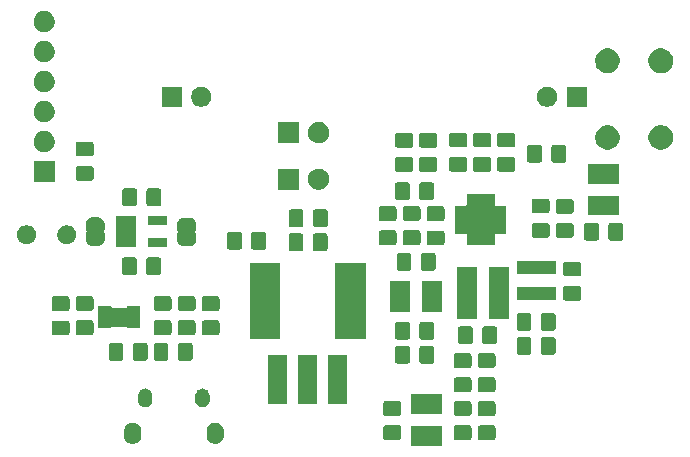
<source format=gbs>
G04 #@! TF.GenerationSoftware,KiCad,Pcbnew,(5.1.5)-3*
G04 #@! TF.CreationDate,2020-08-17T10:15:17+02:00*
G04 #@! TF.ProjectId,Power_module_v1,506f7765-725f-46d6-9f64-756c655f7631,rev?*
G04 #@! TF.SameCoordinates,Original*
G04 #@! TF.FileFunction,Soldermask,Bot*
G04 #@! TF.FilePolarity,Negative*
%FSLAX46Y46*%
G04 Gerber Fmt 4.6, Leading zero omitted, Abs format (unit mm)*
G04 Created by KiCad (PCBNEW (5.1.5)-3) date 2020-08-17 10:15:17*
%MOMM*%
%LPD*%
G04 APERTURE LIST*
%ADD10C,0.100000*%
G04 APERTURE END LIST*
D10*
G36*
X133914000Y-107511000D02*
G01*
X131262000Y-107511000D01*
X131262000Y-105849000D01*
X133914000Y-105849000D01*
X133914000Y-107511000D01*
G37*
G36*
X107831220Y-105586245D02*
G01*
X107968071Y-105627759D01*
X107968074Y-105627760D01*
X108094193Y-105695172D01*
X108204743Y-105785898D01*
X108295468Y-105896446D01*
X108362880Y-106022565D01*
X108362880Y-106022566D01*
X108362881Y-106022568D01*
X108404395Y-106159419D01*
X108414900Y-106266081D01*
X108414900Y-106687398D01*
X108404395Y-106794060D01*
X108374387Y-106892983D01*
X108362880Y-106930916D01*
X108295468Y-107057034D01*
X108204743Y-107167583D01*
X108094194Y-107258308D01*
X107968075Y-107325720D01*
X107968072Y-107325721D01*
X107831221Y-107367235D01*
X107688900Y-107381252D01*
X107546580Y-107367235D01*
X107409729Y-107325721D01*
X107409726Y-107325720D01*
X107283607Y-107258308D01*
X107173058Y-107167583D01*
X107082332Y-107057034D01*
X107014920Y-106930915D01*
X107003413Y-106892983D01*
X106973405Y-106794061D01*
X106962900Y-106687399D01*
X106962900Y-106266082D01*
X106973405Y-106159420D01*
X107014919Y-106022569D01*
X107014920Y-106022566D01*
X107082332Y-105896447D01*
X107149806Y-105814230D01*
X107173057Y-105785898D01*
X107283605Y-105695173D01*
X107283604Y-105695173D01*
X107283606Y-105695172D01*
X107409725Y-105627760D01*
X107409728Y-105627759D01*
X107546579Y-105586245D01*
X107688900Y-105572228D01*
X107831220Y-105586245D01*
G37*
G36*
X114831220Y-105586245D02*
G01*
X114968071Y-105627759D01*
X114968074Y-105627760D01*
X115094193Y-105695172D01*
X115204743Y-105785898D01*
X115295468Y-105896446D01*
X115362880Y-106022565D01*
X115362880Y-106022566D01*
X115362881Y-106022568D01*
X115404395Y-106159419D01*
X115414900Y-106266081D01*
X115414900Y-106687398D01*
X115404395Y-106794060D01*
X115374387Y-106892983D01*
X115362880Y-106930916D01*
X115295468Y-107057034D01*
X115204743Y-107167583D01*
X115094194Y-107258308D01*
X114968075Y-107325720D01*
X114968072Y-107325721D01*
X114831221Y-107367235D01*
X114688900Y-107381252D01*
X114546580Y-107367235D01*
X114409729Y-107325721D01*
X114409726Y-107325720D01*
X114283607Y-107258308D01*
X114173058Y-107167583D01*
X114082332Y-107057034D01*
X114014920Y-106930915D01*
X114003413Y-106892983D01*
X113973405Y-106794061D01*
X113962900Y-106687399D01*
X113962900Y-106266082D01*
X113973405Y-106159420D01*
X114014919Y-106022569D01*
X114014920Y-106022566D01*
X114082332Y-105896447D01*
X114149806Y-105814230D01*
X114173057Y-105785898D01*
X114283605Y-105695173D01*
X114283604Y-105695173D01*
X114283606Y-105695172D01*
X114409725Y-105627760D01*
X114409728Y-105627759D01*
X114546579Y-105586245D01*
X114688900Y-105572228D01*
X114831220Y-105586245D01*
G37*
G36*
X138256674Y-105813465D02*
G01*
X138294367Y-105824899D01*
X138329103Y-105843466D01*
X138359548Y-105868452D01*
X138384534Y-105898897D01*
X138403101Y-105933633D01*
X138414535Y-105971326D01*
X138419000Y-106016661D01*
X138419000Y-106853339D01*
X138414535Y-106898674D01*
X138403101Y-106936367D01*
X138384534Y-106971103D01*
X138359548Y-107001548D01*
X138329103Y-107026534D01*
X138294367Y-107045101D01*
X138256674Y-107056535D01*
X138211339Y-107061000D01*
X137124661Y-107061000D01*
X137079326Y-107056535D01*
X137041633Y-107045101D01*
X137006897Y-107026534D01*
X136976452Y-107001548D01*
X136951466Y-106971103D01*
X136932899Y-106936367D01*
X136921465Y-106898674D01*
X136917000Y-106853339D01*
X136917000Y-106016661D01*
X136921465Y-105971326D01*
X136932899Y-105933633D01*
X136951466Y-105898897D01*
X136976452Y-105868452D01*
X137006897Y-105843466D01*
X137041633Y-105824899D01*
X137079326Y-105813465D01*
X137124661Y-105809000D01*
X138211339Y-105809000D01*
X138256674Y-105813465D01*
G37*
G36*
X136224674Y-105804465D02*
G01*
X136262367Y-105815899D01*
X136297103Y-105834466D01*
X136327548Y-105859452D01*
X136352534Y-105889897D01*
X136371101Y-105924633D01*
X136382535Y-105962326D01*
X136387000Y-106007661D01*
X136387000Y-106844339D01*
X136382535Y-106889674D01*
X136371101Y-106927367D01*
X136352534Y-106962103D01*
X136327548Y-106992548D01*
X136297103Y-107017534D01*
X136262367Y-107036101D01*
X136224674Y-107047535D01*
X136179339Y-107052000D01*
X135092661Y-107052000D01*
X135047326Y-107047535D01*
X135009633Y-107036101D01*
X134974897Y-107017534D01*
X134944452Y-106992548D01*
X134919466Y-106962103D01*
X134900899Y-106927367D01*
X134889465Y-106889674D01*
X134885000Y-106844339D01*
X134885000Y-106007661D01*
X134889465Y-105962326D01*
X134900899Y-105924633D01*
X134919466Y-105889897D01*
X134944452Y-105859452D01*
X134974897Y-105834466D01*
X135009633Y-105815899D01*
X135047326Y-105804465D01*
X135092661Y-105800000D01*
X136179339Y-105800000D01*
X136224674Y-105804465D01*
G37*
G36*
X130255674Y-105804465D02*
G01*
X130293367Y-105815899D01*
X130328103Y-105834466D01*
X130358548Y-105859452D01*
X130383534Y-105889897D01*
X130402101Y-105924633D01*
X130413535Y-105962326D01*
X130418000Y-106007661D01*
X130418000Y-106844339D01*
X130413535Y-106889674D01*
X130402101Y-106927367D01*
X130383534Y-106962103D01*
X130358548Y-106992548D01*
X130328103Y-107017534D01*
X130293367Y-107036101D01*
X130255674Y-107047535D01*
X130210339Y-107052000D01*
X129123661Y-107052000D01*
X129078326Y-107047535D01*
X129040633Y-107036101D01*
X129005897Y-107017534D01*
X128975452Y-106992548D01*
X128950466Y-106962103D01*
X128931899Y-106927367D01*
X128920465Y-106889674D01*
X128916000Y-106844339D01*
X128916000Y-106007661D01*
X128920465Y-105962326D01*
X128931899Y-105924633D01*
X128950466Y-105889897D01*
X128975452Y-105859452D01*
X129005897Y-105834466D01*
X129040633Y-105815899D01*
X129078326Y-105804465D01*
X129123661Y-105800000D01*
X130210339Y-105800000D01*
X130255674Y-105804465D01*
G37*
G36*
X138256674Y-103763465D02*
G01*
X138294367Y-103774899D01*
X138329103Y-103793466D01*
X138359548Y-103818452D01*
X138384534Y-103848897D01*
X138403101Y-103883633D01*
X138414535Y-103921326D01*
X138419000Y-103966661D01*
X138419000Y-104803339D01*
X138414535Y-104848674D01*
X138403101Y-104886367D01*
X138384534Y-104921103D01*
X138359548Y-104951548D01*
X138329103Y-104976534D01*
X138294367Y-104995101D01*
X138256674Y-105006535D01*
X138211339Y-105011000D01*
X137124661Y-105011000D01*
X137079326Y-105006535D01*
X137041633Y-104995101D01*
X137006897Y-104976534D01*
X136976452Y-104951548D01*
X136951466Y-104921103D01*
X136932899Y-104886367D01*
X136921465Y-104848674D01*
X136917000Y-104803339D01*
X136917000Y-103966661D01*
X136921465Y-103921326D01*
X136932899Y-103883633D01*
X136951466Y-103848897D01*
X136976452Y-103818452D01*
X137006897Y-103793466D01*
X137041633Y-103774899D01*
X137079326Y-103763465D01*
X137124661Y-103759000D01*
X138211339Y-103759000D01*
X138256674Y-103763465D01*
G37*
G36*
X130255674Y-103754465D02*
G01*
X130293367Y-103765899D01*
X130328103Y-103784466D01*
X130358548Y-103809452D01*
X130383534Y-103839897D01*
X130402101Y-103874633D01*
X130413535Y-103912326D01*
X130418000Y-103957661D01*
X130418000Y-104794339D01*
X130413535Y-104839674D01*
X130402101Y-104877367D01*
X130383534Y-104912103D01*
X130358548Y-104942548D01*
X130328103Y-104967534D01*
X130293367Y-104986101D01*
X130255674Y-104997535D01*
X130210339Y-105002000D01*
X129123661Y-105002000D01*
X129078326Y-104997535D01*
X129040633Y-104986101D01*
X129005897Y-104967534D01*
X128975452Y-104942548D01*
X128950466Y-104912103D01*
X128931899Y-104877367D01*
X128920465Y-104839674D01*
X128916000Y-104794339D01*
X128916000Y-103957661D01*
X128920465Y-103912326D01*
X128931899Y-103874633D01*
X128950466Y-103839897D01*
X128975452Y-103809452D01*
X129005897Y-103784466D01*
X129040633Y-103765899D01*
X129078326Y-103754465D01*
X129123661Y-103750000D01*
X130210339Y-103750000D01*
X130255674Y-103754465D01*
G37*
G36*
X136224674Y-103754465D02*
G01*
X136262367Y-103765899D01*
X136297103Y-103784466D01*
X136327548Y-103809452D01*
X136352534Y-103839897D01*
X136371101Y-103874633D01*
X136382535Y-103912326D01*
X136387000Y-103957661D01*
X136387000Y-104794339D01*
X136382535Y-104839674D01*
X136371101Y-104877367D01*
X136352534Y-104912103D01*
X136327548Y-104942548D01*
X136297103Y-104967534D01*
X136262367Y-104986101D01*
X136224674Y-104997535D01*
X136179339Y-105002000D01*
X135092661Y-105002000D01*
X135047326Y-104997535D01*
X135009633Y-104986101D01*
X134974897Y-104967534D01*
X134944452Y-104942548D01*
X134919466Y-104912103D01*
X134900899Y-104877367D01*
X134889465Y-104839674D01*
X134885000Y-104794339D01*
X134885000Y-103957661D01*
X134889465Y-103912326D01*
X134900899Y-103874633D01*
X134919466Y-103839897D01*
X134944452Y-103809452D01*
X134974897Y-103784466D01*
X135009633Y-103765899D01*
X135047326Y-103754465D01*
X135092661Y-103750000D01*
X136179339Y-103750000D01*
X136224674Y-103754465D01*
G37*
G36*
X133914000Y-104811000D02*
G01*
X131262000Y-104811000D01*
X131262000Y-103149000D01*
X133914000Y-103149000D01*
X133914000Y-104811000D01*
G37*
G36*
X113726717Y-102684436D02*
G01*
X113840004Y-102718802D01*
X113944411Y-102774609D01*
X113951393Y-102780339D01*
X114035927Y-102849713D01*
X114057531Y-102876038D01*
X114111031Y-102941228D01*
X114166838Y-103045635D01*
X114201204Y-103158922D01*
X114209900Y-103247221D01*
X114209900Y-103706258D01*
X114201204Y-103794558D01*
X114166838Y-103907845D01*
X114111031Y-104012252D01*
X114035927Y-104103767D01*
X113944412Y-104178871D01*
X113840005Y-104234678D01*
X113726718Y-104269044D01*
X113608900Y-104280647D01*
X113491083Y-104269044D01*
X113377796Y-104234678D01*
X113273389Y-104178871D01*
X113181874Y-104103767D01*
X113106769Y-104012252D01*
X113050962Y-103907845D01*
X113016596Y-103794558D01*
X113007900Y-103706259D01*
X113007900Y-103247222D01*
X113016596Y-103158923D01*
X113050962Y-103045636D01*
X113106769Y-102941229D01*
X113142161Y-102898103D01*
X113181873Y-102849713D01*
X113266406Y-102780339D01*
X113273388Y-102774609D01*
X113377795Y-102718802D01*
X113491082Y-102684436D01*
X113608900Y-102672833D01*
X113726717Y-102684436D01*
G37*
G36*
X108886717Y-102684436D02*
G01*
X109000004Y-102718802D01*
X109104411Y-102774609D01*
X109111393Y-102780339D01*
X109195927Y-102849713D01*
X109217531Y-102876038D01*
X109271031Y-102941228D01*
X109326838Y-103045635D01*
X109361204Y-103158922D01*
X109369900Y-103247221D01*
X109369900Y-103706258D01*
X109361204Y-103794558D01*
X109326838Y-103907845D01*
X109271031Y-104012252D01*
X109195927Y-104103767D01*
X109104412Y-104178871D01*
X109000005Y-104234678D01*
X108886718Y-104269044D01*
X108768900Y-104280647D01*
X108651083Y-104269044D01*
X108537796Y-104234678D01*
X108433389Y-104178871D01*
X108341874Y-104103767D01*
X108266769Y-104012252D01*
X108210962Y-103907845D01*
X108176596Y-103794558D01*
X108167900Y-103706259D01*
X108167900Y-103247222D01*
X108176596Y-103158923D01*
X108210962Y-103045636D01*
X108266769Y-102941229D01*
X108302161Y-102898103D01*
X108341873Y-102849713D01*
X108426406Y-102780339D01*
X108433388Y-102774609D01*
X108537795Y-102718802D01*
X108651082Y-102684436D01*
X108768900Y-102672833D01*
X108886717Y-102684436D01*
G37*
G36*
X125862280Y-103963420D02*
G01*
X124236280Y-103963420D01*
X124236280Y-99861420D01*
X125862280Y-99861420D01*
X125862280Y-103963420D01*
G37*
G36*
X123322280Y-103963420D02*
G01*
X121696280Y-103963420D01*
X121696280Y-99861420D01*
X123322280Y-99861420D01*
X123322280Y-103963420D01*
G37*
G36*
X120782280Y-103963420D02*
G01*
X119156280Y-103963420D01*
X119156280Y-99861420D01*
X120782280Y-99861420D01*
X120782280Y-103963420D01*
G37*
G36*
X136224674Y-101749465D02*
G01*
X136262367Y-101760899D01*
X136297103Y-101779466D01*
X136327548Y-101804452D01*
X136352534Y-101834897D01*
X136371101Y-101869633D01*
X136382535Y-101907326D01*
X136387000Y-101952661D01*
X136387000Y-102789339D01*
X136382535Y-102834674D01*
X136371101Y-102872367D01*
X136352534Y-102907103D01*
X136327548Y-102937548D01*
X136297103Y-102962534D01*
X136262367Y-102981101D01*
X136224674Y-102992535D01*
X136179339Y-102997000D01*
X135092661Y-102997000D01*
X135047326Y-102992535D01*
X135009633Y-102981101D01*
X134974897Y-102962534D01*
X134944452Y-102937548D01*
X134919466Y-102907103D01*
X134900899Y-102872367D01*
X134889465Y-102834674D01*
X134885000Y-102789339D01*
X134885000Y-101952661D01*
X134889465Y-101907326D01*
X134900899Y-101869633D01*
X134919466Y-101834897D01*
X134944452Y-101804452D01*
X134974897Y-101779466D01*
X135009633Y-101760899D01*
X135047326Y-101749465D01*
X135092661Y-101745000D01*
X136179339Y-101745000D01*
X136224674Y-101749465D01*
G37*
G36*
X138256674Y-101740465D02*
G01*
X138294367Y-101751899D01*
X138329103Y-101770466D01*
X138359548Y-101795452D01*
X138384534Y-101825897D01*
X138403101Y-101860633D01*
X138414535Y-101898326D01*
X138419000Y-101943661D01*
X138419000Y-102780339D01*
X138414535Y-102825674D01*
X138403101Y-102863367D01*
X138384534Y-102898103D01*
X138359548Y-102928548D01*
X138329103Y-102953534D01*
X138294367Y-102972101D01*
X138256674Y-102983535D01*
X138211339Y-102988000D01*
X137124661Y-102988000D01*
X137079326Y-102983535D01*
X137041633Y-102972101D01*
X137006897Y-102953534D01*
X136976452Y-102928548D01*
X136951466Y-102898103D01*
X136932899Y-102863367D01*
X136921465Y-102825674D01*
X136917000Y-102780339D01*
X136917000Y-101943661D01*
X136921465Y-101898326D01*
X136932899Y-101860633D01*
X136951466Y-101825897D01*
X136976452Y-101795452D01*
X137006897Y-101770466D01*
X137041633Y-101751899D01*
X137079326Y-101740465D01*
X137124661Y-101736000D01*
X138211339Y-101736000D01*
X138256674Y-101740465D01*
G37*
G36*
X136224674Y-99699465D02*
G01*
X136262367Y-99710899D01*
X136297103Y-99729466D01*
X136327548Y-99754452D01*
X136352534Y-99784897D01*
X136371101Y-99819633D01*
X136382535Y-99857326D01*
X136387000Y-99902661D01*
X136387000Y-100739339D01*
X136382535Y-100784674D01*
X136371101Y-100822367D01*
X136352534Y-100857103D01*
X136327548Y-100887548D01*
X136297103Y-100912534D01*
X136262367Y-100931101D01*
X136224674Y-100942535D01*
X136179339Y-100947000D01*
X135092661Y-100947000D01*
X135047326Y-100942535D01*
X135009633Y-100931101D01*
X134974897Y-100912534D01*
X134944452Y-100887548D01*
X134919466Y-100857103D01*
X134900899Y-100822367D01*
X134889465Y-100784674D01*
X134885000Y-100739339D01*
X134885000Y-99902661D01*
X134889465Y-99857326D01*
X134900899Y-99819633D01*
X134919466Y-99784897D01*
X134944452Y-99754452D01*
X134974897Y-99729466D01*
X135009633Y-99710899D01*
X135047326Y-99699465D01*
X135092661Y-99695000D01*
X136179339Y-99695000D01*
X136224674Y-99699465D01*
G37*
G36*
X138256674Y-99690465D02*
G01*
X138294367Y-99701899D01*
X138329103Y-99720466D01*
X138359548Y-99745452D01*
X138384534Y-99775897D01*
X138403101Y-99810633D01*
X138414535Y-99848326D01*
X138419000Y-99893661D01*
X138419000Y-100730339D01*
X138414535Y-100775674D01*
X138403101Y-100813367D01*
X138384534Y-100848103D01*
X138359548Y-100878548D01*
X138329103Y-100903534D01*
X138294367Y-100922101D01*
X138256674Y-100933535D01*
X138211339Y-100938000D01*
X137124661Y-100938000D01*
X137079326Y-100933535D01*
X137041633Y-100922101D01*
X137006897Y-100903534D01*
X136976452Y-100878548D01*
X136951466Y-100848103D01*
X136932899Y-100813367D01*
X136921465Y-100775674D01*
X136917000Y-100730339D01*
X136917000Y-99893661D01*
X136921465Y-99848326D01*
X136932899Y-99810633D01*
X136951466Y-99775897D01*
X136976452Y-99745452D01*
X137006897Y-99720466D01*
X137041633Y-99701899D01*
X137079326Y-99690465D01*
X137124661Y-99686000D01*
X138211339Y-99686000D01*
X138256674Y-99690465D01*
G37*
G36*
X133060674Y-99075465D02*
G01*
X133098367Y-99086899D01*
X133133103Y-99105466D01*
X133163548Y-99130452D01*
X133188534Y-99160897D01*
X133207101Y-99195633D01*
X133218535Y-99233326D01*
X133223000Y-99278661D01*
X133223000Y-100365339D01*
X133218535Y-100410674D01*
X133207101Y-100448367D01*
X133188534Y-100483103D01*
X133163548Y-100513548D01*
X133133103Y-100538534D01*
X133098367Y-100557101D01*
X133060674Y-100568535D01*
X133015339Y-100573000D01*
X132178661Y-100573000D01*
X132133326Y-100568535D01*
X132095633Y-100557101D01*
X132060897Y-100538534D01*
X132030452Y-100513548D01*
X132005466Y-100483103D01*
X131986899Y-100448367D01*
X131975465Y-100410674D01*
X131971000Y-100365339D01*
X131971000Y-99278661D01*
X131975465Y-99233326D01*
X131986899Y-99195633D01*
X132005466Y-99160897D01*
X132030452Y-99130452D01*
X132060897Y-99105466D01*
X132095633Y-99086899D01*
X132133326Y-99075465D01*
X132178661Y-99071000D01*
X133015339Y-99071000D01*
X133060674Y-99075465D01*
G37*
G36*
X131010674Y-99075465D02*
G01*
X131048367Y-99086899D01*
X131083103Y-99105466D01*
X131113548Y-99130452D01*
X131138534Y-99160897D01*
X131157101Y-99195633D01*
X131168535Y-99233326D01*
X131173000Y-99278661D01*
X131173000Y-100365339D01*
X131168535Y-100410674D01*
X131157101Y-100448367D01*
X131138534Y-100483103D01*
X131113548Y-100513548D01*
X131083103Y-100538534D01*
X131048367Y-100557101D01*
X131010674Y-100568535D01*
X130965339Y-100573000D01*
X130128661Y-100573000D01*
X130083326Y-100568535D01*
X130045633Y-100557101D01*
X130010897Y-100538534D01*
X129980452Y-100513548D01*
X129955466Y-100483103D01*
X129936899Y-100448367D01*
X129925465Y-100410674D01*
X129921000Y-100365339D01*
X129921000Y-99278661D01*
X129925465Y-99233326D01*
X129936899Y-99195633D01*
X129955466Y-99160897D01*
X129980452Y-99130452D01*
X130010897Y-99105466D01*
X130045633Y-99086899D01*
X130083326Y-99075465D01*
X130128661Y-99071000D01*
X130965339Y-99071000D01*
X131010674Y-99075465D01*
G37*
G36*
X106753674Y-98821465D02*
G01*
X106791367Y-98832899D01*
X106826103Y-98851466D01*
X106856548Y-98876452D01*
X106881534Y-98906897D01*
X106900101Y-98941633D01*
X106911535Y-98979326D01*
X106916000Y-99024661D01*
X106916000Y-100111339D01*
X106911535Y-100156674D01*
X106900101Y-100194367D01*
X106881534Y-100229103D01*
X106856548Y-100259548D01*
X106826103Y-100284534D01*
X106791367Y-100303101D01*
X106753674Y-100314535D01*
X106708339Y-100319000D01*
X105871661Y-100319000D01*
X105826326Y-100314535D01*
X105788633Y-100303101D01*
X105753897Y-100284534D01*
X105723452Y-100259548D01*
X105698466Y-100229103D01*
X105679899Y-100194367D01*
X105668465Y-100156674D01*
X105664000Y-100111339D01*
X105664000Y-99024661D01*
X105668465Y-98979326D01*
X105679899Y-98941633D01*
X105698466Y-98906897D01*
X105723452Y-98876452D01*
X105753897Y-98851466D01*
X105788633Y-98832899D01*
X105826326Y-98821465D01*
X105871661Y-98817000D01*
X106708339Y-98817000D01*
X106753674Y-98821465D01*
G37*
G36*
X108803674Y-98821465D02*
G01*
X108841367Y-98832899D01*
X108876103Y-98851466D01*
X108906548Y-98876452D01*
X108931534Y-98906897D01*
X108950101Y-98941633D01*
X108961535Y-98979326D01*
X108966000Y-99024661D01*
X108966000Y-100111339D01*
X108961535Y-100156674D01*
X108950101Y-100194367D01*
X108931534Y-100229103D01*
X108906548Y-100259548D01*
X108876103Y-100284534D01*
X108841367Y-100303101D01*
X108803674Y-100314535D01*
X108758339Y-100319000D01*
X107921661Y-100319000D01*
X107876326Y-100314535D01*
X107838633Y-100303101D01*
X107803897Y-100284534D01*
X107773452Y-100259548D01*
X107748466Y-100229103D01*
X107729899Y-100194367D01*
X107718465Y-100156674D01*
X107714000Y-100111339D01*
X107714000Y-99024661D01*
X107718465Y-98979326D01*
X107729899Y-98941633D01*
X107748466Y-98906897D01*
X107773452Y-98876452D01*
X107803897Y-98851466D01*
X107838633Y-98832899D01*
X107876326Y-98821465D01*
X107921661Y-98817000D01*
X108758339Y-98817000D01*
X108803674Y-98821465D01*
G37*
G36*
X110563674Y-98821465D02*
G01*
X110601367Y-98832899D01*
X110636103Y-98851466D01*
X110666548Y-98876452D01*
X110691534Y-98906897D01*
X110710101Y-98941633D01*
X110721535Y-98979326D01*
X110726000Y-99024661D01*
X110726000Y-100111339D01*
X110721535Y-100156674D01*
X110710101Y-100194367D01*
X110691534Y-100229103D01*
X110666548Y-100259548D01*
X110636103Y-100284534D01*
X110601367Y-100303101D01*
X110563674Y-100314535D01*
X110518339Y-100319000D01*
X109681661Y-100319000D01*
X109636326Y-100314535D01*
X109598633Y-100303101D01*
X109563897Y-100284534D01*
X109533452Y-100259548D01*
X109508466Y-100229103D01*
X109489899Y-100194367D01*
X109478465Y-100156674D01*
X109474000Y-100111339D01*
X109474000Y-99024661D01*
X109478465Y-98979326D01*
X109489899Y-98941633D01*
X109508466Y-98906897D01*
X109533452Y-98876452D01*
X109563897Y-98851466D01*
X109598633Y-98832899D01*
X109636326Y-98821465D01*
X109681661Y-98817000D01*
X110518339Y-98817000D01*
X110563674Y-98821465D01*
G37*
G36*
X112613674Y-98821465D02*
G01*
X112651367Y-98832899D01*
X112686103Y-98851466D01*
X112716548Y-98876452D01*
X112741534Y-98906897D01*
X112760101Y-98941633D01*
X112771535Y-98979326D01*
X112776000Y-99024661D01*
X112776000Y-100111339D01*
X112771535Y-100156674D01*
X112760101Y-100194367D01*
X112741534Y-100229103D01*
X112716548Y-100259548D01*
X112686103Y-100284534D01*
X112651367Y-100303101D01*
X112613674Y-100314535D01*
X112568339Y-100319000D01*
X111731661Y-100319000D01*
X111686326Y-100314535D01*
X111648633Y-100303101D01*
X111613897Y-100284534D01*
X111583452Y-100259548D01*
X111558466Y-100229103D01*
X111539899Y-100194367D01*
X111528465Y-100156674D01*
X111524000Y-100111339D01*
X111524000Y-99024661D01*
X111528465Y-98979326D01*
X111539899Y-98941633D01*
X111558466Y-98906897D01*
X111583452Y-98876452D01*
X111613897Y-98851466D01*
X111648633Y-98832899D01*
X111686326Y-98821465D01*
X111731661Y-98817000D01*
X112568339Y-98817000D01*
X112613674Y-98821465D01*
G37*
G36*
X143338674Y-98313465D02*
G01*
X143376367Y-98324899D01*
X143411103Y-98343466D01*
X143441548Y-98368452D01*
X143466534Y-98398897D01*
X143485101Y-98433633D01*
X143496535Y-98471326D01*
X143501000Y-98516661D01*
X143501000Y-99603339D01*
X143496535Y-99648674D01*
X143485101Y-99686367D01*
X143466534Y-99721103D01*
X143441548Y-99751548D01*
X143411103Y-99776534D01*
X143376367Y-99795101D01*
X143338674Y-99806535D01*
X143293339Y-99811000D01*
X142456661Y-99811000D01*
X142411326Y-99806535D01*
X142373633Y-99795101D01*
X142338897Y-99776534D01*
X142308452Y-99751548D01*
X142283466Y-99721103D01*
X142264899Y-99686367D01*
X142253465Y-99648674D01*
X142249000Y-99603339D01*
X142249000Y-98516661D01*
X142253465Y-98471326D01*
X142264899Y-98433633D01*
X142283466Y-98398897D01*
X142308452Y-98368452D01*
X142338897Y-98343466D01*
X142373633Y-98324899D01*
X142411326Y-98313465D01*
X142456661Y-98309000D01*
X143293339Y-98309000D01*
X143338674Y-98313465D01*
G37*
G36*
X141288674Y-98313465D02*
G01*
X141326367Y-98324899D01*
X141361103Y-98343466D01*
X141391548Y-98368452D01*
X141416534Y-98398897D01*
X141435101Y-98433633D01*
X141446535Y-98471326D01*
X141451000Y-98516661D01*
X141451000Y-99603339D01*
X141446535Y-99648674D01*
X141435101Y-99686367D01*
X141416534Y-99721103D01*
X141391548Y-99751548D01*
X141361103Y-99776534D01*
X141326367Y-99795101D01*
X141288674Y-99806535D01*
X141243339Y-99811000D01*
X140406661Y-99811000D01*
X140361326Y-99806535D01*
X140323633Y-99795101D01*
X140288897Y-99776534D01*
X140258452Y-99751548D01*
X140233466Y-99721103D01*
X140214899Y-99686367D01*
X140203465Y-99648674D01*
X140199000Y-99603339D01*
X140199000Y-98516661D01*
X140203465Y-98471326D01*
X140214899Y-98433633D01*
X140233466Y-98398897D01*
X140258452Y-98368452D01*
X140288897Y-98343466D01*
X140323633Y-98324899D01*
X140361326Y-98313465D01*
X140406661Y-98309000D01*
X141243339Y-98309000D01*
X141288674Y-98313465D01*
G37*
G36*
X138385674Y-97424465D02*
G01*
X138423367Y-97435899D01*
X138458103Y-97454466D01*
X138488548Y-97479452D01*
X138513534Y-97509897D01*
X138532101Y-97544633D01*
X138543535Y-97582326D01*
X138548000Y-97627661D01*
X138548000Y-98714339D01*
X138543535Y-98759674D01*
X138532101Y-98797367D01*
X138513534Y-98832103D01*
X138488548Y-98862548D01*
X138458103Y-98887534D01*
X138423367Y-98906101D01*
X138385674Y-98917535D01*
X138340339Y-98922000D01*
X137503661Y-98922000D01*
X137458326Y-98917535D01*
X137420633Y-98906101D01*
X137385897Y-98887534D01*
X137355452Y-98862548D01*
X137330466Y-98832103D01*
X137311899Y-98797367D01*
X137300465Y-98759674D01*
X137296000Y-98714339D01*
X137296000Y-97627661D01*
X137300465Y-97582326D01*
X137311899Y-97544633D01*
X137330466Y-97509897D01*
X137355452Y-97479452D01*
X137385897Y-97454466D01*
X137420633Y-97435899D01*
X137458326Y-97424465D01*
X137503661Y-97420000D01*
X138340339Y-97420000D01*
X138385674Y-97424465D01*
G37*
G36*
X136335674Y-97424465D02*
G01*
X136373367Y-97435899D01*
X136408103Y-97454466D01*
X136438548Y-97479452D01*
X136463534Y-97509897D01*
X136482101Y-97544633D01*
X136493535Y-97582326D01*
X136498000Y-97627661D01*
X136498000Y-98714339D01*
X136493535Y-98759674D01*
X136482101Y-98797367D01*
X136463534Y-98832103D01*
X136438548Y-98862548D01*
X136408103Y-98887534D01*
X136373367Y-98906101D01*
X136335674Y-98917535D01*
X136290339Y-98922000D01*
X135453661Y-98922000D01*
X135408326Y-98917535D01*
X135370633Y-98906101D01*
X135335897Y-98887534D01*
X135305452Y-98862548D01*
X135280466Y-98832103D01*
X135261899Y-98797367D01*
X135250465Y-98759674D01*
X135246000Y-98714339D01*
X135246000Y-97627661D01*
X135250465Y-97582326D01*
X135261899Y-97544633D01*
X135280466Y-97509897D01*
X135305452Y-97479452D01*
X135335897Y-97454466D01*
X135370633Y-97435899D01*
X135408326Y-97424465D01*
X135453661Y-97420000D01*
X136290339Y-97420000D01*
X136335674Y-97424465D01*
G37*
G36*
X133060674Y-97043465D02*
G01*
X133098367Y-97054899D01*
X133133103Y-97073466D01*
X133163548Y-97098452D01*
X133188534Y-97128897D01*
X133207101Y-97163633D01*
X133218535Y-97201326D01*
X133223000Y-97246661D01*
X133223000Y-98333339D01*
X133218535Y-98378674D01*
X133207101Y-98416367D01*
X133188534Y-98451103D01*
X133163548Y-98481548D01*
X133133103Y-98506534D01*
X133098367Y-98525101D01*
X133060674Y-98536535D01*
X133015339Y-98541000D01*
X132178661Y-98541000D01*
X132133326Y-98536535D01*
X132095633Y-98525101D01*
X132060897Y-98506534D01*
X132030452Y-98481548D01*
X132005466Y-98451103D01*
X131986899Y-98416367D01*
X131975465Y-98378674D01*
X131971000Y-98333339D01*
X131971000Y-97246661D01*
X131975465Y-97201326D01*
X131986899Y-97163633D01*
X132005466Y-97128897D01*
X132030452Y-97098452D01*
X132060897Y-97073466D01*
X132095633Y-97054899D01*
X132133326Y-97043465D01*
X132178661Y-97039000D01*
X133015339Y-97039000D01*
X133060674Y-97043465D01*
G37*
G36*
X131010674Y-97043465D02*
G01*
X131048367Y-97054899D01*
X131083103Y-97073466D01*
X131113548Y-97098452D01*
X131138534Y-97128897D01*
X131157101Y-97163633D01*
X131168535Y-97201326D01*
X131173000Y-97246661D01*
X131173000Y-98333339D01*
X131168535Y-98378674D01*
X131157101Y-98416367D01*
X131138534Y-98451103D01*
X131113548Y-98481548D01*
X131083103Y-98506534D01*
X131048367Y-98525101D01*
X131010674Y-98536535D01*
X130965339Y-98541000D01*
X130128661Y-98541000D01*
X130083326Y-98536535D01*
X130045633Y-98525101D01*
X130010897Y-98506534D01*
X129980452Y-98481548D01*
X129955466Y-98451103D01*
X129936899Y-98416367D01*
X129925465Y-98378674D01*
X129921000Y-98333339D01*
X129921000Y-97246661D01*
X129925465Y-97201326D01*
X129936899Y-97163633D01*
X129955466Y-97128897D01*
X129980452Y-97098452D01*
X130010897Y-97073466D01*
X130045633Y-97054899D01*
X130083326Y-97043465D01*
X130128661Y-97039000D01*
X130965339Y-97039000D01*
X131010674Y-97043465D01*
G37*
G36*
X127412000Y-98455000D02*
G01*
X124810000Y-98455000D01*
X124810000Y-92053000D01*
X127412000Y-92053000D01*
X127412000Y-98455000D01*
G37*
G36*
X120212000Y-98455000D02*
G01*
X117610000Y-98455000D01*
X117610000Y-92053000D01*
X120212000Y-92053000D01*
X120212000Y-98455000D01*
G37*
G36*
X102188674Y-96932465D02*
G01*
X102226367Y-96943899D01*
X102261103Y-96962466D01*
X102291548Y-96987452D01*
X102316534Y-97017897D01*
X102335101Y-97052633D01*
X102346535Y-97090326D01*
X102351000Y-97135661D01*
X102351000Y-97972339D01*
X102346535Y-98017674D01*
X102335101Y-98055367D01*
X102316534Y-98090103D01*
X102291548Y-98120548D01*
X102261103Y-98145534D01*
X102226367Y-98164101D01*
X102188674Y-98175535D01*
X102143339Y-98180000D01*
X101056661Y-98180000D01*
X101011326Y-98175535D01*
X100973633Y-98164101D01*
X100938897Y-98145534D01*
X100908452Y-98120548D01*
X100883466Y-98090103D01*
X100864899Y-98055367D01*
X100853465Y-98017674D01*
X100849000Y-97972339D01*
X100849000Y-97135661D01*
X100853465Y-97090326D01*
X100864899Y-97052633D01*
X100883466Y-97017897D01*
X100908452Y-96987452D01*
X100938897Y-96962466D01*
X100973633Y-96943899D01*
X101011326Y-96932465D01*
X101056661Y-96928000D01*
X102143339Y-96928000D01*
X102188674Y-96932465D01*
G37*
G36*
X114888674Y-96923465D02*
G01*
X114926367Y-96934899D01*
X114961103Y-96953466D01*
X114991548Y-96978452D01*
X115016534Y-97008897D01*
X115035101Y-97043633D01*
X115046535Y-97081326D01*
X115051000Y-97126661D01*
X115051000Y-97963339D01*
X115046535Y-98008674D01*
X115035101Y-98046367D01*
X115016534Y-98081103D01*
X114991548Y-98111548D01*
X114961103Y-98136534D01*
X114926367Y-98155101D01*
X114888674Y-98166535D01*
X114843339Y-98171000D01*
X113756661Y-98171000D01*
X113711326Y-98166535D01*
X113673633Y-98155101D01*
X113638897Y-98136534D01*
X113608452Y-98111548D01*
X113583466Y-98081103D01*
X113564899Y-98046367D01*
X113553465Y-98008674D01*
X113549000Y-97963339D01*
X113549000Y-97126661D01*
X113553465Y-97081326D01*
X113564899Y-97043633D01*
X113583466Y-97008897D01*
X113608452Y-96978452D01*
X113638897Y-96953466D01*
X113673633Y-96934899D01*
X113711326Y-96923465D01*
X113756661Y-96919000D01*
X114843339Y-96919000D01*
X114888674Y-96923465D01*
G37*
G36*
X104220674Y-96914465D02*
G01*
X104258367Y-96925899D01*
X104293103Y-96944466D01*
X104323548Y-96969452D01*
X104348534Y-96999897D01*
X104367101Y-97034633D01*
X104378535Y-97072326D01*
X104383000Y-97117661D01*
X104383000Y-97954339D01*
X104378535Y-97999674D01*
X104367101Y-98037367D01*
X104348534Y-98072103D01*
X104323548Y-98102548D01*
X104293103Y-98127534D01*
X104258367Y-98146101D01*
X104220674Y-98157535D01*
X104175339Y-98162000D01*
X103088661Y-98162000D01*
X103043326Y-98157535D01*
X103005633Y-98146101D01*
X102970897Y-98127534D01*
X102940452Y-98102548D01*
X102915466Y-98072103D01*
X102896899Y-98037367D01*
X102885465Y-97999674D01*
X102881000Y-97954339D01*
X102881000Y-97117661D01*
X102885465Y-97072326D01*
X102896899Y-97034633D01*
X102915466Y-96999897D01*
X102940452Y-96969452D01*
X102970897Y-96944466D01*
X103005633Y-96925899D01*
X103043326Y-96914465D01*
X103088661Y-96910000D01*
X104175339Y-96910000D01*
X104220674Y-96914465D01*
G37*
G36*
X112856674Y-96914465D02*
G01*
X112894367Y-96925899D01*
X112929103Y-96944466D01*
X112959548Y-96969452D01*
X112984534Y-96999897D01*
X113003101Y-97034633D01*
X113014535Y-97072326D01*
X113019000Y-97117661D01*
X113019000Y-97954339D01*
X113014535Y-97999674D01*
X113003101Y-98037367D01*
X112984534Y-98072103D01*
X112959548Y-98102548D01*
X112929103Y-98127534D01*
X112894367Y-98146101D01*
X112856674Y-98157535D01*
X112811339Y-98162000D01*
X111724661Y-98162000D01*
X111679326Y-98157535D01*
X111641633Y-98146101D01*
X111606897Y-98127534D01*
X111576452Y-98102548D01*
X111551466Y-98072103D01*
X111532899Y-98037367D01*
X111521465Y-97999674D01*
X111517000Y-97954339D01*
X111517000Y-97117661D01*
X111521465Y-97072326D01*
X111532899Y-97034633D01*
X111551466Y-96999897D01*
X111576452Y-96969452D01*
X111606897Y-96944466D01*
X111641633Y-96925899D01*
X111679326Y-96914465D01*
X111724661Y-96910000D01*
X112811339Y-96910000D01*
X112856674Y-96914465D01*
G37*
G36*
X110824674Y-96914465D02*
G01*
X110862367Y-96925899D01*
X110897103Y-96944466D01*
X110927548Y-96969452D01*
X110952534Y-96999897D01*
X110971101Y-97034633D01*
X110982535Y-97072326D01*
X110987000Y-97117661D01*
X110987000Y-97954339D01*
X110982535Y-97999674D01*
X110971101Y-98037367D01*
X110952534Y-98072103D01*
X110927548Y-98102548D01*
X110897103Y-98127534D01*
X110862367Y-98146101D01*
X110824674Y-98157535D01*
X110779339Y-98162000D01*
X109692661Y-98162000D01*
X109647326Y-98157535D01*
X109609633Y-98146101D01*
X109574897Y-98127534D01*
X109544452Y-98102548D01*
X109519466Y-98072103D01*
X109500899Y-98037367D01*
X109489465Y-97999674D01*
X109485000Y-97954339D01*
X109485000Y-97117661D01*
X109489465Y-97072326D01*
X109500899Y-97034633D01*
X109519466Y-96999897D01*
X109544452Y-96969452D01*
X109574897Y-96944466D01*
X109609633Y-96925899D01*
X109647326Y-96914465D01*
X109692661Y-96910000D01*
X110779339Y-96910000D01*
X110824674Y-96914465D01*
G37*
G36*
X143338674Y-96281465D02*
G01*
X143376367Y-96292899D01*
X143411103Y-96311466D01*
X143441548Y-96336452D01*
X143466534Y-96366897D01*
X143485101Y-96401633D01*
X143496535Y-96439326D01*
X143501000Y-96484661D01*
X143501000Y-97571339D01*
X143496535Y-97616674D01*
X143485101Y-97654367D01*
X143466534Y-97689103D01*
X143441548Y-97719548D01*
X143411103Y-97744534D01*
X143376367Y-97763101D01*
X143338674Y-97774535D01*
X143293339Y-97779000D01*
X142456661Y-97779000D01*
X142411326Y-97774535D01*
X142373633Y-97763101D01*
X142338897Y-97744534D01*
X142308452Y-97719548D01*
X142283466Y-97689103D01*
X142264899Y-97654367D01*
X142253465Y-97616674D01*
X142249000Y-97571339D01*
X142249000Y-96484661D01*
X142253465Y-96439326D01*
X142264899Y-96401633D01*
X142283466Y-96366897D01*
X142308452Y-96336452D01*
X142338897Y-96311466D01*
X142373633Y-96292899D01*
X142411326Y-96281465D01*
X142456661Y-96277000D01*
X143293339Y-96277000D01*
X143338674Y-96281465D01*
G37*
G36*
X141288674Y-96281465D02*
G01*
X141326367Y-96292899D01*
X141361103Y-96311466D01*
X141391548Y-96336452D01*
X141416534Y-96366897D01*
X141435101Y-96401633D01*
X141446535Y-96439326D01*
X141451000Y-96484661D01*
X141451000Y-97571339D01*
X141446535Y-97616674D01*
X141435101Y-97654367D01*
X141416534Y-97689103D01*
X141391548Y-97719548D01*
X141361103Y-97744534D01*
X141326367Y-97763101D01*
X141288674Y-97774535D01*
X141243339Y-97779000D01*
X140406661Y-97779000D01*
X140361326Y-97774535D01*
X140323633Y-97763101D01*
X140288897Y-97744534D01*
X140258452Y-97719548D01*
X140233466Y-97689103D01*
X140214899Y-97654367D01*
X140203465Y-97616674D01*
X140199000Y-97571339D01*
X140199000Y-96484661D01*
X140203465Y-96439326D01*
X140214899Y-96401633D01*
X140233466Y-96366897D01*
X140258452Y-96336452D01*
X140288897Y-96311466D01*
X140323633Y-96292899D01*
X140361326Y-96281465D01*
X140406661Y-96277000D01*
X141243339Y-96277000D01*
X141288674Y-96281465D01*
G37*
G36*
X105854000Y-95721001D02*
G01*
X105856402Y-95745387D01*
X105863515Y-95768836D01*
X105875066Y-95790447D01*
X105890611Y-95809389D01*
X105909553Y-95824934D01*
X105931164Y-95836485D01*
X105954613Y-95843598D01*
X105978999Y-95846000D01*
X107127001Y-95846000D01*
X107151387Y-95843598D01*
X107174836Y-95836485D01*
X107196447Y-95824934D01*
X107215389Y-95809389D01*
X107230934Y-95790447D01*
X107242485Y-95768836D01*
X107249598Y-95745387D01*
X107252000Y-95721001D01*
X107252000Y-95696000D01*
X108354000Y-95696000D01*
X108354000Y-97598000D01*
X107252000Y-97598000D01*
X107252000Y-97572999D01*
X107249598Y-97548613D01*
X107242485Y-97525164D01*
X107230934Y-97503553D01*
X107215389Y-97484611D01*
X107196447Y-97469066D01*
X107174836Y-97457515D01*
X107151387Y-97450402D01*
X107127001Y-97448000D01*
X105978999Y-97448000D01*
X105954613Y-97450402D01*
X105931164Y-97457515D01*
X105909553Y-97469066D01*
X105890611Y-97484611D01*
X105875066Y-97503553D01*
X105863515Y-97525164D01*
X105856402Y-97548613D01*
X105854000Y-97572999D01*
X105854000Y-97598000D01*
X104752000Y-97598000D01*
X104752000Y-95696000D01*
X105854000Y-95696000D01*
X105854000Y-95721001D01*
G37*
G36*
X136835000Y-96816000D02*
G01*
X135133000Y-96816000D01*
X135133000Y-92414000D01*
X136835000Y-92414000D01*
X136835000Y-96816000D01*
G37*
G36*
X139535000Y-96816000D02*
G01*
X137833000Y-96816000D01*
X137833000Y-92414000D01*
X139535000Y-92414000D01*
X139535000Y-96816000D01*
G37*
G36*
X133880000Y-96195000D02*
G01*
X132218000Y-96195000D01*
X132218000Y-93543000D01*
X133880000Y-93543000D01*
X133880000Y-96195000D01*
G37*
G36*
X131180000Y-96195000D02*
G01*
X129518000Y-96195000D01*
X129518000Y-93543000D01*
X131180000Y-93543000D01*
X131180000Y-96195000D01*
G37*
G36*
X102188674Y-94882465D02*
G01*
X102226367Y-94893899D01*
X102261103Y-94912466D01*
X102291548Y-94937452D01*
X102316534Y-94967897D01*
X102335101Y-95002633D01*
X102346535Y-95040326D01*
X102351000Y-95085661D01*
X102351000Y-95922339D01*
X102346535Y-95967674D01*
X102335101Y-96005367D01*
X102316534Y-96040103D01*
X102291548Y-96070548D01*
X102261103Y-96095534D01*
X102226367Y-96114101D01*
X102188674Y-96125535D01*
X102143339Y-96130000D01*
X101056661Y-96130000D01*
X101011326Y-96125535D01*
X100973633Y-96114101D01*
X100938897Y-96095534D01*
X100908452Y-96070548D01*
X100883466Y-96040103D01*
X100864899Y-96005367D01*
X100853465Y-95967674D01*
X100849000Y-95922339D01*
X100849000Y-95085661D01*
X100853465Y-95040326D01*
X100864899Y-95002633D01*
X100883466Y-94967897D01*
X100908452Y-94937452D01*
X100938897Y-94912466D01*
X100973633Y-94893899D01*
X101011326Y-94882465D01*
X101056661Y-94878000D01*
X102143339Y-94878000D01*
X102188674Y-94882465D01*
G37*
G36*
X114888674Y-94873465D02*
G01*
X114926367Y-94884899D01*
X114961103Y-94903466D01*
X114991548Y-94928452D01*
X115016534Y-94958897D01*
X115035101Y-94993633D01*
X115046535Y-95031326D01*
X115051000Y-95076661D01*
X115051000Y-95913339D01*
X115046535Y-95958674D01*
X115035101Y-95996367D01*
X115016534Y-96031103D01*
X114991548Y-96061548D01*
X114961103Y-96086534D01*
X114926367Y-96105101D01*
X114888674Y-96116535D01*
X114843339Y-96121000D01*
X113756661Y-96121000D01*
X113711326Y-96116535D01*
X113673633Y-96105101D01*
X113638897Y-96086534D01*
X113608452Y-96061548D01*
X113583466Y-96031103D01*
X113564899Y-95996367D01*
X113553465Y-95958674D01*
X113549000Y-95913339D01*
X113549000Y-95076661D01*
X113553465Y-95031326D01*
X113564899Y-94993633D01*
X113583466Y-94958897D01*
X113608452Y-94928452D01*
X113638897Y-94903466D01*
X113673633Y-94884899D01*
X113711326Y-94873465D01*
X113756661Y-94869000D01*
X114843339Y-94869000D01*
X114888674Y-94873465D01*
G37*
G36*
X110824674Y-94864465D02*
G01*
X110862367Y-94875899D01*
X110897103Y-94894466D01*
X110927548Y-94919452D01*
X110952534Y-94949897D01*
X110971101Y-94984633D01*
X110982535Y-95022326D01*
X110987000Y-95067661D01*
X110987000Y-95904339D01*
X110982535Y-95949674D01*
X110971101Y-95987367D01*
X110952534Y-96022103D01*
X110927548Y-96052548D01*
X110897103Y-96077534D01*
X110862367Y-96096101D01*
X110824674Y-96107535D01*
X110779339Y-96112000D01*
X109692661Y-96112000D01*
X109647326Y-96107535D01*
X109609633Y-96096101D01*
X109574897Y-96077534D01*
X109544452Y-96052548D01*
X109519466Y-96022103D01*
X109500899Y-95987367D01*
X109489465Y-95949674D01*
X109485000Y-95904339D01*
X109485000Y-95067661D01*
X109489465Y-95022326D01*
X109500899Y-94984633D01*
X109519466Y-94949897D01*
X109544452Y-94919452D01*
X109574897Y-94894466D01*
X109609633Y-94875899D01*
X109647326Y-94864465D01*
X109692661Y-94860000D01*
X110779339Y-94860000D01*
X110824674Y-94864465D01*
G37*
G36*
X104220674Y-94864465D02*
G01*
X104258367Y-94875899D01*
X104293103Y-94894466D01*
X104323548Y-94919452D01*
X104348534Y-94949897D01*
X104367101Y-94984633D01*
X104378535Y-95022326D01*
X104383000Y-95067661D01*
X104383000Y-95904339D01*
X104378535Y-95949674D01*
X104367101Y-95987367D01*
X104348534Y-96022103D01*
X104323548Y-96052548D01*
X104293103Y-96077534D01*
X104258367Y-96096101D01*
X104220674Y-96107535D01*
X104175339Y-96112000D01*
X103088661Y-96112000D01*
X103043326Y-96107535D01*
X103005633Y-96096101D01*
X102970897Y-96077534D01*
X102940452Y-96052548D01*
X102915466Y-96022103D01*
X102896899Y-95987367D01*
X102885465Y-95949674D01*
X102881000Y-95904339D01*
X102881000Y-95067661D01*
X102885465Y-95022326D01*
X102896899Y-94984633D01*
X102915466Y-94949897D01*
X102940452Y-94919452D01*
X102970897Y-94894466D01*
X103005633Y-94875899D01*
X103043326Y-94864465D01*
X103088661Y-94860000D01*
X104175339Y-94860000D01*
X104220674Y-94864465D01*
G37*
G36*
X112856674Y-94864465D02*
G01*
X112894367Y-94875899D01*
X112929103Y-94894466D01*
X112959548Y-94919452D01*
X112984534Y-94949897D01*
X113003101Y-94984633D01*
X113014535Y-95022326D01*
X113019000Y-95067661D01*
X113019000Y-95904339D01*
X113014535Y-95949674D01*
X113003101Y-95987367D01*
X112984534Y-96022103D01*
X112959548Y-96052548D01*
X112929103Y-96077534D01*
X112894367Y-96096101D01*
X112856674Y-96107535D01*
X112811339Y-96112000D01*
X111724661Y-96112000D01*
X111679326Y-96107535D01*
X111641633Y-96096101D01*
X111606897Y-96077534D01*
X111576452Y-96052548D01*
X111551466Y-96022103D01*
X111532899Y-95987367D01*
X111521465Y-95949674D01*
X111517000Y-95904339D01*
X111517000Y-95067661D01*
X111521465Y-95022326D01*
X111532899Y-94984633D01*
X111551466Y-94949897D01*
X111576452Y-94919452D01*
X111606897Y-94894466D01*
X111641633Y-94875899D01*
X111679326Y-94864465D01*
X111724661Y-94860000D01*
X112811339Y-94860000D01*
X112856674Y-94864465D01*
G37*
G36*
X145495674Y-93993465D02*
G01*
X145533367Y-94004899D01*
X145568103Y-94023466D01*
X145598548Y-94048452D01*
X145623534Y-94078897D01*
X145642101Y-94113633D01*
X145653535Y-94151326D01*
X145658000Y-94196661D01*
X145658000Y-95033339D01*
X145653535Y-95078674D01*
X145642101Y-95116367D01*
X145623534Y-95151103D01*
X145598548Y-95181548D01*
X145568103Y-95206534D01*
X145533367Y-95225101D01*
X145495674Y-95236535D01*
X145450339Y-95241000D01*
X144363661Y-95241000D01*
X144318326Y-95236535D01*
X144280633Y-95225101D01*
X144245897Y-95206534D01*
X144215452Y-95181548D01*
X144190466Y-95151103D01*
X144171899Y-95116367D01*
X144160465Y-95078674D01*
X144156000Y-95033339D01*
X144156000Y-94196661D01*
X144160465Y-94151326D01*
X144171899Y-94113633D01*
X144190466Y-94078897D01*
X144215452Y-94048452D01*
X144245897Y-94023466D01*
X144280633Y-94004899D01*
X144318326Y-93993465D01*
X144363661Y-93989000D01*
X145450339Y-93989000D01*
X145495674Y-93993465D01*
G37*
G36*
X143510000Y-95207000D02*
G01*
X140208000Y-95207000D01*
X140208000Y-94105000D01*
X143510000Y-94105000D01*
X143510000Y-95207000D01*
G37*
G36*
X145495674Y-91943465D02*
G01*
X145533367Y-91954899D01*
X145568103Y-91973466D01*
X145598548Y-91998452D01*
X145623534Y-92028897D01*
X145642101Y-92063633D01*
X145653535Y-92101326D01*
X145658000Y-92146661D01*
X145658000Y-92983339D01*
X145653535Y-93028674D01*
X145642101Y-93066367D01*
X145623534Y-93101103D01*
X145598548Y-93131548D01*
X145568103Y-93156534D01*
X145533367Y-93175101D01*
X145495674Y-93186535D01*
X145450339Y-93191000D01*
X144363661Y-93191000D01*
X144318326Y-93186535D01*
X144280633Y-93175101D01*
X144245897Y-93156534D01*
X144215452Y-93131548D01*
X144190466Y-93101103D01*
X144171899Y-93066367D01*
X144160465Y-93028674D01*
X144156000Y-92983339D01*
X144156000Y-92146661D01*
X144160465Y-92101326D01*
X144171899Y-92063633D01*
X144190466Y-92028897D01*
X144215452Y-91998452D01*
X144245897Y-91973466D01*
X144280633Y-91954899D01*
X144318326Y-91943465D01*
X144363661Y-91939000D01*
X145450339Y-91939000D01*
X145495674Y-91943465D01*
G37*
G36*
X107887674Y-91582465D02*
G01*
X107925367Y-91593899D01*
X107960103Y-91612466D01*
X107990548Y-91637452D01*
X108015534Y-91667897D01*
X108034101Y-91702633D01*
X108045535Y-91740326D01*
X108050000Y-91785661D01*
X108050000Y-92872339D01*
X108045535Y-92917674D01*
X108034101Y-92955367D01*
X108015534Y-92990103D01*
X107990548Y-93020548D01*
X107960103Y-93045534D01*
X107925367Y-93064101D01*
X107887674Y-93075535D01*
X107842339Y-93080000D01*
X107005661Y-93080000D01*
X106960326Y-93075535D01*
X106922633Y-93064101D01*
X106887897Y-93045534D01*
X106857452Y-93020548D01*
X106832466Y-92990103D01*
X106813899Y-92955367D01*
X106802465Y-92917674D01*
X106798000Y-92872339D01*
X106798000Y-91785661D01*
X106802465Y-91740326D01*
X106813899Y-91702633D01*
X106832466Y-91667897D01*
X106857452Y-91637452D01*
X106887897Y-91612466D01*
X106922633Y-91593899D01*
X106960326Y-91582465D01*
X107005661Y-91578000D01*
X107842339Y-91578000D01*
X107887674Y-91582465D01*
G37*
G36*
X109937674Y-91582465D02*
G01*
X109975367Y-91593899D01*
X110010103Y-91612466D01*
X110040548Y-91637452D01*
X110065534Y-91667897D01*
X110084101Y-91702633D01*
X110095535Y-91740326D01*
X110100000Y-91785661D01*
X110100000Y-92872339D01*
X110095535Y-92917674D01*
X110084101Y-92955367D01*
X110065534Y-92990103D01*
X110040548Y-93020548D01*
X110010103Y-93045534D01*
X109975367Y-93064101D01*
X109937674Y-93075535D01*
X109892339Y-93080000D01*
X109055661Y-93080000D01*
X109010326Y-93075535D01*
X108972633Y-93064101D01*
X108937897Y-93045534D01*
X108907452Y-93020548D01*
X108882466Y-92990103D01*
X108863899Y-92955367D01*
X108852465Y-92917674D01*
X108848000Y-92872339D01*
X108848000Y-91785661D01*
X108852465Y-91740326D01*
X108863899Y-91702633D01*
X108882466Y-91667897D01*
X108907452Y-91637452D01*
X108937897Y-91612466D01*
X108972633Y-91593899D01*
X109010326Y-91582465D01*
X109055661Y-91578000D01*
X109892339Y-91578000D01*
X109937674Y-91582465D01*
G37*
G36*
X143510000Y-93007000D02*
G01*
X140208000Y-93007000D01*
X140208000Y-91905000D01*
X143510000Y-91905000D01*
X143510000Y-93007000D01*
G37*
G36*
X133187674Y-91201465D02*
G01*
X133225367Y-91212899D01*
X133260103Y-91231466D01*
X133290548Y-91256452D01*
X133315534Y-91286897D01*
X133334101Y-91321633D01*
X133345535Y-91359326D01*
X133350000Y-91404661D01*
X133350000Y-92491339D01*
X133345535Y-92536674D01*
X133334101Y-92574367D01*
X133315534Y-92609103D01*
X133290548Y-92639548D01*
X133260103Y-92664534D01*
X133225367Y-92683101D01*
X133187674Y-92694535D01*
X133142339Y-92699000D01*
X132305661Y-92699000D01*
X132260326Y-92694535D01*
X132222633Y-92683101D01*
X132187897Y-92664534D01*
X132157452Y-92639548D01*
X132132466Y-92609103D01*
X132113899Y-92574367D01*
X132102465Y-92536674D01*
X132098000Y-92491339D01*
X132098000Y-91404661D01*
X132102465Y-91359326D01*
X132113899Y-91321633D01*
X132132466Y-91286897D01*
X132157452Y-91256452D01*
X132187897Y-91231466D01*
X132222633Y-91212899D01*
X132260326Y-91201465D01*
X132305661Y-91197000D01*
X133142339Y-91197000D01*
X133187674Y-91201465D01*
G37*
G36*
X131137674Y-91201465D02*
G01*
X131175367Y-91212899D01*
X131210103Y-91231466D01*
X131240548Y-91256452D01*
X131265534Y-91286897D01*
X131284101Y-91321633D01*
X131295535Y-91359326D01*
X131300000Y-91404661D01*
X131300000Y-92491339D01*
X131295535Y-92536674D01*
X131284101Y-92574367D01*
X131265534Y-92609103D01*
X131240548Y-92639548D01*
X131210103Y-92664534D01*
X131175367Y-92683101D01*
X131137674Y-92694535D01*
X131092339Y-92699000D01*
X130255661Y-92699000D01*
X130210326Y-92694535D01*
X130172633Y-92683101D01*
X130137897Y-92664534D01*
X130107452Y-92639548D01*
X130082466Y-92609103D01*
X130063899Y-92574367D01*
X130052465Y-92536674D01*
X130048000Y-92491339D01*
X130048000Y-91404661D01*
X130052465Y-91359326D01*
X130063899Y-91321633D01*
X130082466Y-91286897D01*
X130107452Y-91256452D01*
X130137897Y-91231466D01*
X130172633Y-91212899D01*
X130210326Y-91201465D01*
X130255661Y-91197000D01*
X131092339Y-91197000D01*
X131137674Y-91201465D01*
G37*
G36*
X124034674Y-89550465D02*
G01*
X124072367Y-89561899D01*
X124107103Y-89580466D01*
X124137548Y-89605452D01*
X124162534Y-89635897D01*
X124181101Y-89670633D01*
X124192535Y-89708326D01*
X124197000Y-89753661D01*
X124197000Y-90840339D01*
X124192535Y-90885674D01*
X124181101Y-90923367D01*
X124162534Y-90958103D01*
X124137548Y-90988548D01*
X124107103Y-91013534D01*
X124072367Y-91032101D01*
X124034674Y-91043535D01*
X123989339Y-91048000D01*
X123152661Y-91048000D01*
X123107326Y-91043535D01*
X123069633Y-91032101D01*
X123034897Y-91013534D01*
X123004452Y-90988548D01*
X122979466Y-90958103D01*
X122960899Y-90923367D01*
X122949465Y-90885674D01*
X122945000Y-90840339D01*
X122945000Y-89753661D01*
X122949465Y-89708326D01*
X122960899Y-89670633D01*
X122979466Y-89635897D01*
X123004452Y-89605452D01*
X123034897Y-89580466D01*
X123069633Y-89561899D01*
X123107326Y-89550465D01*
X123152661Y-89546000D01*
X123989339Y-89546000D01*
X124034674Y-89550465D01*
G37*
G36*
X121984674Y-89550465D02*
G01*
X122022367Y-89561899D01*
X122057103Y-89580466D01*
X122087548Y-89605452D01*
X122112534Y-89635897D01*
X122131101Y-89670633D01*
X122142535Y-89708326D01*
X122147000Y-89753661D01*
X122147000Y-90840339D01*
X122142535Y-90885674D01*
X122131101Y-90923367D01*
X122112534Y-90958103D01*
X122087548Y-90988548D01*
X122057103Y-91013534D01*
X122022367Y-91032101D01*
X121984674Y-91043535D01*
X121939339Y-91048000D01*
X121102661Y-91048000D01*
X121057326Y-91043535D01*
X121019633Y-91032101D01*
X120984897Y-91013534D01*
X120954452Y-90988548D01*
X120929466Y-90958103D01*
X120910899Y-90923367D01*
X120899465Y-90885674D01*
X120895000Y-90840339D01*
X120895000Y-89753661D01*
X120899465Y-89708326D01*
X120910899Y-89670633D01*
X120929466Y-89635897D01*
X120954452Y-89605452D01*
X120984897Y-89580466D01*
X121019633Y-89561899D01*
X121057326Y-89550465D01*
X121102661Y-89546000D01*
X121939339Y-89546000D01*
X121984674Y-89550465D01*
G37*
G36*
X116777674Y-89423465D02*
G01*
X116815367Y-89434899D01*
X116850103Y-89453466D01*
X116880548Y-89478452D01*
X116905534Y-89508897D01*
X116924101Y-89543633D01*
X116935535Y-89581326D01*
X116940000Y-89626661D01*
X116940000Y-90713339D01*
X116935535Y-90758674D01*
X116924101Y-90796367D01*
X116905534Y-90831103D01*
X116880548Y-90861548D01*
X116850103Y-90886534D01*
X116815367Y-90905101D01*
X116777674Y-90916535D01*
X116732339Y-90921000D01*
X115895661Y-90921000D01*
X115850326Y-90916535D01*
X115812633Y-90905101D01*
X115777897Y-90886534D01*
X115747452Y-90861548D01*
X115722466Y-90831103D01*
X115703899Y-90796367D01*
X115692465Y-90758674D01*
X115688000Y-90713339D01*
X115688000Y-89626661D01*
X115692465Y-89581326D01*
X115703899Y-89543633D01*
X115722466Y-89508897D01*
X115747452Y-89478452D01*
X115777897Y-89453466D01*
X115812633Y-89434899D01*
X115850326Y-89423465D01*
X115895661Y-89419000D01*
X116732339Y-89419000D01*
X116777674Y-89423465D01*
G37*
G36*
X118827674Y-89423465D02*
G01*
X118865367Y-89434899D01*
X118900103Y-89453466D01*
X118930548Y-89478452D01*
X118955534Y-89508897D01*
X118974101Y-89543633D01*
X118985535Y-89581326D01*
X118990000Y-89626661D01*
X118990000Y-90713339D01*
X118985535Y-90758674D01*
X118974101Y-90796367D01*
X118955534Y-90831103D01*
X118930548Y-90861548D01*
X118900103Y-90886534D01*
X118865367Y-90905101D01*
X118827674Y-90916535D01*
X118782339Y-90921000D01*
X117945661Y-90921000D01*
X117900326Y-90916535D01*
X117862633Y-90905101D01*
X117827897Y-90886534D01*
X117797452Y-90861548D01*
X117772466Y-90831103D01*
X117753899Y-90796367D01*
X117742465Y-90758674D01*
X117738000Y-90713339D01*
X117738000Y-89626661D01*
X117742465Y-89581326D01*
X117753899Y-89543633D01*
X117772466Y-89508897D01*
X117797452Y-89478452D01*
X117827897Y-89453466D01*
X117862633Y-89434899D01*
X117900326Y-89423465D01*
X117945661Y-89419000D01*
X118782339Y-89419000D01*
X118827674Y-89423465D01*
G37*
G36*
X110639000Y-90734000D02*
G01*
X108977000Y-90734000D01*
X108977000Y-89982000D01*
X110639000Y-89982000D01*
X110639000Y-90734000D01*
G37*
G36*
X107939000Y-90734000D02*
G01*
X106277000Y-90734000D01*
X106277000Y-88082000D01*
X107939000Y-88082000D01*
X107939000Y-90734000D01*
G37*
G36*
X112530199Y-88222954D02*
G01*
X112542450Y-88223556D01*
X112560869Y-88223556D01*
X112583149Y-88225750D01*
X112667233Y-88242476D01*
X112688660Y-88248976D01*
X112767858Y-88281780D01*
X112773303Y-88284691D01*
X112773309Y-88284693D01*
X112782169Y-88289429D01*
X112782173Y-88289432D01*
X112787614Y-88292340D01*
X112858899Y-88339971D01*
X112876204Y-88354172D01*
X112936828Y-88414796D01*
X112951029Y-88432101D01*
X112998660Y-88503386D01*
X113001568Y-88508827D01*
X113001571Y-88508831D01*
X113006307Y-88517691D01*
X113006309Y-88517697D01*
X113009220Y-88523142D01*
X113042024Y-88602340D01*
X113048524Y-88623767D01*
X113065250Y-88707851D01*
X113067444Y-88730131D01*
X113067444Y-88748550D01*
X113068046Y-88760801D01*
X113069852Y-88779139D01*
X113069852Y-89266860D01*
X113068263Y-89282999D01*
X113065348Y-89292608D01*
X113060610Y-89301472D01*
X113054237Y-89309237D01*
X113041794Y-89319448D01*
X113031425Y-89326378D01*
X113014098Y-89343705D01*
X113000485Y-89364080D01*
X112991109Y-89386720D01*
X112986329Y-89410753D01*
X112986330Y-89435257D01*
X112991112Y-89459290D01*
X113000490Y-89481929D01*
X113014105Y-89502302D01*
X113031432Y-89519629D01*
X113041802Y-89526558D01*
X113054237Y-89536763D01*
X113060610Y-89544528D01*
X113065348Y-89553392D01*
X113068263Y-89563001D01*
X113069852Y-89579140D01*
X113069852Y-90066862D01*
X113068046Y-90085199D01*
X113067444Y-90097450D01*
X113067444Y-90115869D01*
X113065250Y-90138149D01*
X113048524Y-90222233D01*
X113042024Y-90243660D01*
X113009220Y-90322858D01*
X113006309Y-90328303D01*
X113006307Y-90328309D01*
X113001571Y-90337169D01*
X113001568Y-90337173D01*
X112998660Y-90342614D01*
X112951029Y-90413899D01*
X112936828Y-90431204D01*
X112876204Y-90491828D01*
X112858899Y-90506029D01*
X112787614Y-90553660D01*
X112782173Y-90556568D01*
X112782169Y-90556571D01*
X112773309Y-90561307D01*
X112773303Y-90561309D01*
X112767858Y-90564220D01*
X112688660Y-90597024D01*
X112667233Y-90603524D01*
X112583149Y-90620250D01*
X112560869Y-90622444D01*
X112542450Y-90622444D01*
X112530199Y-90623046D01*
X112511862Y-90624852D01*
X112024138Y-90624852D01*
X112005801Y-90623046D01*
X111993550Y-90622444D01*
X111975131Y-90622444D01*
X111952851Y-90620250D01*
X111868767Y-90603524D01*
X111847340Y-90597024D01*
X111768142Y-90564220D01*
X111762697Y-90561309D01*
X111762691Y-90561307D01*
X111753831Y-90556571D01*
X111753827Y-90556568D01*
X111748386Y-90553660D01*
X111677101Y-90506029D01*
X111659796Y-90491828D01*
X111599172Y-90431204D01*
X111584971Y-90413899D01*
X111537340Y-90342614D01*
X111534432Y-90337173D01*
X111534429Y-90337169D01*
X111529693Y-90328309D01*
X111529691Y-90328303D01*
X111526780Y-90322858D01*
X111493976Y-90243660D01*
X111487476Y-90222233D01*
X111470750Y-90138149D01*
X111468556Y-90115869D01*
X111468556Y-90097450D01*
X111467954Y-90085199D01*
X111466148Y-90066862D01*
X111466148Y-89579140D01*
X111467737Y-89563001D01*
X111470652Y-89553392D01*
X111475390Y-89544528D01*
X111481763Y-89536763D01*
X111494206Y-89526552D01*
X111504575Y-89519622D01*
X111521902Y-89502295D01*
X111535515Y-89481920D01*
X111544891Y-89459280D01*
X111549671Y-89435247D01*
X111549670Y-89410743D01*
X111544888Y-89386710D01*
X111535510Y-89364071D01*
X111521895Y-89343698D01*
X111504568Y-89326371D01*
X111494198Y-89319442D01*
X111481763Y-89309237D01*
X111475390Y-89301472D01*
X111470652Y-89292608D01*
X111467737Y-89282999D01*
X111466148Y-89266860D01*
X111466148Y-88779139D01*
X111467954Y-88760801D01*
X111468556Y-88748550D01*
X111468556Y-88730131D01*
X111470750Y-88707851D01*
X111487476Y-88623767D01*
X111493976Y-88602340D01*
X111526780Y-88523142D01*
X111529691Y-88517697D01*
X111529693Y-88517691D01*
X111534429Y-88508831D01*
X111534432Y-88508827D01*
X111537340Y-88503386D01*
X111584971Y-88432101D01*
X111599172Y-88414796D01*
X111659796Y-88354172D01*
X111677101Y-88339971D01*
X111748386Y-88292340D01*
X111753827Y-88289432D01*
X111753831Y-88289429D01*
X111762691Y-88284693D01*
X111762697Y-88284691D01*
X111768142Y-88281780D01*
X111847340Y-88248976D01*
X111868767Y-88242476D01*
X111952851Y-88225750D01*
X111975131Y-88223556D01*
X111993550Y-88223556D01*
X112005801Y-88222954D01*
X112024139Y-88221148D01*
X112511861Y-88221148D01*
X112530199Y-88222954D01*
G37*
G36*
X104783199Y-88192954D02*
G01*
X104795450Y-88193556D01*
X104813869Y-88193556D01*
X104836149Y-88195750D01*
X104920233Y-88212476D01*
X104941660Y-88218976D01*
X105020858Y-88251780D01*
X105026303Y-88254691D01*
X105026309Y-88254693D01*
X105035169Y-88259429D01*
X105035173Y-88259432D01*
X105040614Y-88262340D01*
X105111899Y-88309971D01*
X105129204Y-88324172D01*
X105189828Y-88384796D01*
X105204029Y-88402101D01*
X105251660Y-88473386D01*
X105254568Y-88478827D01*
X105254571Y-88478831D01*
X105259307Y-88487691D01*
X105259309Y-88487697D01*
X105262220Y-88493142D01*
X105295024Y-88572340D01*
X105301524Y-88593767D01*
X105318250Y-88677851D01*
X105320444Y-88700131D01*
X105320444Y-88718550D01*
X105321046Y-88730801D01*
X105322852Y-88749139D01*
X105322852Y-89236860D01*
X105321263Y-89252999D01*
X105318348Y-89262608D01*
X105313610Y-89271472D01*
X105307237Y-89279237D01*
X105294794Y-89289448D01*
X105284425Y-89296378D01*
X105267098Y-89313705D01*
X105253485Y-89334080D01*
X105244109Y-89356720D01*
X105239329Y-89380753D01*
X105239330Y-89405257D01*
X105244112Y-89429290D01*
X105253490Y-89451929D01*
X105267105Y-89472302D01*
X105284432Y-89489629D01*
X105294802Y-89496558D01*
X105307237Y-89506763D01*
X105313610Y-89514528D01*
X105318348Y-89523392D01*
X105321263Y-89533001D01*
X105322852Y-89549140D01*
X105322852Y-90036862D01*
X105321046Y-90055199D01*
X105320444Y-90067450D01*
X105320444Y-90085869D01*
X105318250Y-90108149D01*
X105301524Y-90192233D01*
X105295024Y-90213660D01*
X105262220Y-90292858D01*
X105259309Y-90298303D01*
X105259307Y-90298309D01*
X105254571Y-90307169D01*
X105254568Y-90307173D01*
X105251660Y-90312614D01*
X105204029Y-90383899D01*
X105189828Y-90401204D01*
X105129204Y-90461828D01*
X105111899Y-90476029D01*
X105040614Y-90523660D01*
X105035173Y-90526568D01*
X105035169Y-90526571D01*
X105026309Y-90531307D01*
X105026303Y-90531309D01*
X105020858Y-90534220D01*
X104941660Y-90567024D01*
X104920233Y-90573524D01*
X104836149Y-90590250D01*
X104813869Y-90592444D01*
X104795450Y-90592444D01*
X104783199Y-90593046D01*
X104764862Y-90594852D01*
X104277138Y-90594852D01*
X104258801Y-90593046D01*
X104246550Y-90592444D01*
X104228131Y-90592444D01*
X104205851Y-90590250D01*
X104121767Y-90573524D01*
X104100340Y-90567024D01*
X104021142Y-90534220D01*
X104015697Y-90531309D01*
X104015691Y-90531307D01*
X104006831Y-90526571D01*
X104006827Y-90526568D01*
X104001386Y-90523660D01*
X103930101Y-90476029D01*
X103912796Y-90461828D01*
X103852172Y-90401204D01*
X103837971Y-90383899D01*
X103790340Y-90312614D01*
X103787432Y-90307173D01*
X103787429Y-90307169D01*
X103782693Y-90298309D01*
X103782691Y-90298303D01*
X103779780Y-90292858D01*
X103746976Y-90213660D01*
X103740476Y-90192233D01*
X103723750Y-90108149D01*
X103721556Y-90085869D01*
X103721556Y-90067450D01*
X103720954Y-90055199D01*
X103719148Y-90036862D01*
X103719148Y-89549140D01*
X103720737Y-89533001D01*
X103723652Y-89523392D01*
X103728390Y-89514528D01*
X103734763Y-89506763D01*
X103747206Y-89496552D01*
X103757575Y-89489622D01*
X103774902Y-89472295D01*
X103788515Y-89451920D01*
X103797891Y-89429280D01*
X103802671Y-89405247D01*
X103802670Y-89380743D01*
X103797888Y-89356710D01*
X103788510Y-89334071D01*
X103774895Y-89313698D01*
X103757568Y-89296371D01*
X103747198Y-89289442D01*
X103734763Y-89279237D01*
X103728390Y-89271472D01*
X103723652Y-89262608D01*
X103720737Y-89252999D01*
X103719148Y-89236860D01*
X103719148Y-88749139D01*
X103720954Y-88730801D01*
X103721556Y-88718550D01*
X103721556Y-88700131D01*
X103723750Y-88677851D01*
X103740476Y-88593767D01*
X103746976Y-88572340D01*
X103779780Y-88493142D01*
X103782691Y-88487697D01*
X103782693Y-88487691D01*
X103787429Y-88478831D01*
X103787432Y-88478827D01*
X103790340Y-88473386D01*
X103837971Y-88402101D01*
X103852172Y-88384796D01*
X103912796Y-88324172D01*
X103930101Y-88309971D01*
X104001386Y-88262340D01*
X104006827Y-88259432D01*
X104006831Y-88259429D01*
X104015691Y-88254693D01*
X104015697Y-88254691D01*
X104021142Y-88251780D01*
X104100340Y-88218976D01*
X104121767Y-88212476D01*
X104205851Y-88195750D01*
X104228131Y-88193556D01*
X104246550Y-88193556D01*
X104258801Y-88192954D01*
X104277139Y-88191148D01*
X104764861Y-88191148D01*
X104783199Y-88192954D01*
G37*
G36*
X136315355Y-86217083D02*
G01*
X136320029Y-86218501D01*
X136324330Y-86220800D01*
X136330702Y-86226029D01*
X136351076Y-86239643D01*
X136373715Y-86249020D01*
X136397749Y-86253800D01*
X136422253Y-86253800D01*
X136446286Y-86249019D01*
X136468925Y-86239642D01*
X136489298Y-86226029D01*
X136495670Y-86220800D01*
X136499971Y-86218501D01*
X136504645Y-86217083D01*
X136515641Y-86216000D01*
X136804359Y-86216000D01*
X136815355Y-86217083D01*
X136820029Y-86218501D01*
X136824330Y-86220800D01*
X136830702Y-86226029D01*
X136851076Y-86239643D01*
X136873715Y-86249020D01*
X136897749Y-86253800D01*
X136922253Y-86253800D01*
X136946286Y-86249019D01*
X136968925Y-86239642D01*
X136989298Y-86226029D01*
X136995670Y-86220800D01*
X136999971Y-86218501D01*
X137004645Y-86217083D01*
X137015641Y-86216000D01*
X137304359Y-86216000D01*
X137315355Y-86217083D01*
X137320029Y-86218501D01*
X137324330Y-86220800D01*
X137330702Y-86226029D01*
X137351076Y-86239643D01*
X137373715Y-86249020D01*
X137397749Y-86253800D01*
X137422253Y-86253800D01*
X137446286Y-86249019D01*
X137468925Y-86239642D01*
X137489298Y-86226029D01*
X137495670Y-86220800D01*
X137499971Y-86218501D01*
X137504645Y-86217083D01*
X137515641Y-86216000D01*
X137804359Y-86216000D01*
X137815355Y-86217083D01*
X137820029Y-86218501D01*
X137824330Y-86220800D01*
X137830702Y-86226029D01*
X137851076Y-86239643D01*
X137873715Y-86249020D01*
X137897749Y-86253800D01*
X137922253Y-86253800D01*
X137946286Y-86249019D01*
X137968925Y-86239642D01*
X137989298Y-86226029D01*
X137995670Y-86220800D01*
X137999971Y-86218501D01*
X138004645Y-86217083D01*
X138015641Y-86216000D01*
X138304359Y-86216000D01*
X138315355Y-86217083D01*
X138320029Y-86218501D01*
X138324331Y-86220800D01*
X138328104Y-86223896D01*
X138331200Y-86227669D01*
X138333499Y-86231971D01*
X138334917Y-86236645D01*
X138336000Y-86247641D01*
X138336000Y-87091001D01*
X138338402Y-87115387D01*
X138345515Y-87138836D01*
X138357066Y-87160447D01*
X138372611Y-87179389D01*
X138391553Y-87194934D01*
X138413164Y-87206485D01*
X138436613Y-87213598D01*
X138460999Y-87216000D01*
X139304359Y-87216000D01*
X139315355Y-87217083D01*
X139320029Y-87218501D01*
X139324331Y-87220800D01*
X139328104Y-87223896D01*
X139331200Y-87227669D01*
X139333499Y-87231971D01*
X139334917Y-87236645D01*
X139336000Y-87247641D01*
X139336000Y-87536359D01*
X139334917Y-87547355D01*
X139333499Y-87552029D01*
X139331200Y-87556330D01*
X139325971Y-87562702D01*
X139312357Y-87583076D01*
X139302980Y-87605715D01*
X139298200Y-87629749D01*
X139298200Y-87654253D01*
X139302981Y-87678286D01*
X139312358Y-87700925D01*
X139325971Y-87721298D01*
X139331200Y-87727670D01*
X139333499Y-87731971D01*
X139334917Y-87736645D01*
X139336000Y-87747641D01*
X139336000Y-88036359D01*
X139334917Y-88047355D01*
X139333499Y-88052029D01*
X139331200Y-88056330D01*
X139325971Y-88062702D01*
X139312357Y-88083076D01*
X139302980Y-88105715D01*
X139298200Y-88129749D01*
X139298200Y-88154253D01*
X139302981Y-88178286D01*
X139312358Y-88200925D01*
X139325971Y-88221298D01*
X139331200Y-88227670D01*
X139333499Y-88231971D01*
X139334917Y-88236645D01*
X139336000Y-88247641D01*
X139336000Y-88536359D01*
X139334917Y-88547355D01*
X139333499Y-88552029D01*
X139331200Y-88556330D01*
X139325971Y-88562702D01*
X139312357Y-88583076D01*
X139302980Y-88605715D01*
X139298200Y-88629749D01*
X139298200Y-88654253D01*
X139302981Y-88678286D01*
X139312358Y-88700925D01*
X139325971Y-88721298D01*
X139331200Y-88727670D01*
X139333499Y-88731971D01*
X139334917Y-88736645D01*
X139336000Y-88747641D01*
X139336000Y-89036359D01*
X139334917Y-89047355D01*
X139333499Y-89052029D01*
X139331200Y-89056330D01*
X139325971Y-89062702D01*
X139312357Y-89083076D01*
X139302980Y-89105715D01*
X139298200Y-89129749D01*
X139298200Y-89154253D01*
X139302981Y-89178286D01*
X139312358Y-89200925D01*
X139325971Y-89221298D01*
X139331200Y-89227670D01*
X139333499Y-89231971D01*
X139334917Y-89236645D01*
X139336000Y-89247641D01*
X139336000Y-89536359D01*
X139334917Y-89547355D01*
X139333499Y-89552029D01*
X139331200Y-89556331D01*
X139328104Y-89560104D01*
X139324331Y-89563200D01*
X139320029Y-89565499D01*
X139315355Y-89566917D01*
X139304359Y-89568000D01*
X138460999Y-89568000D01*
X138436613Y-89570402D01*
X138413164Y-89577515D01*
X138391553Y-89589066D01*
X138372611Y-89604611D01*
X138357066Y-89623553D01*
X138345515Y-89645164D01*
X138338402Y-89668613D01*
X138336000Y-89692999D01*
X138336000Y-90536359D01*
X138334917Y-90547355D01*
X138333499Y-90552029D01*
X138331200Y-90556331D01*
X138328104Y-90560104D01*
X138324331Y-90563200D01*
X138320029Y-90565499D01*
X138315355Y-90566917D01*
X138304359Y-90568000D01*
X138015641Y-90568000D01*
X138004645Y-90566917D01*
X137999971Y-90565499D01*
X137995670Y-90563200D01*
X137989298Y-90557971D01*
X137968924Y-90544357D01*
X137946285Y-90534980D01*
X137922251Y-90530200D01*
X137897747Y-90530200D01*
X137873714Y-90534981D01*
X137851075Y-90544358D01*
X137830702Y-90557971D01*
X137824330Y-90563200D01*
X137820029Y-90565499D01*
X137815355Y-90566917D01*
X137804359Y-90568000D01*
X137515641Y-90568000D01*
X137504645Y-90566917D01*
X137499971Y-90565499D01*
X137495670Y-90563200D01*
X137489298Y-90557971D01*
X137468924Y-90544357D01*
X137446285Y-90534980D01*
X137422251Y-90530200D01*
X137397747Y-90530200D01*
X137373714Y-90534981D01*
X137351075Y-90544358D01*
X137330702Y-90557971D01*
X137324330Y-90563200D01*
X137320029Y-90565499D01*
X137315355Y-90566917D01*
X137304359Y-90568000D01*
X137015641Y-90568000D01*
X137004645Y-90566917D01*
X136999971Y-90565499D01*
X136995670Y-90563200D01*
X136989298Y-90557971D01*
X136968924Y-90544357D01*
X136946285Y-90534980D01*
X136922251Y-90530200D01*
X136897747Y-90530200D01*
X136873714Y-90534981D01*
X136851075Y-90544358D01*
X136830702Y-90557971D01*
X136824330Y-90563200D01*
X136820029Y-90565499D01*
X136815355Y-90566917D01*
X136804359Y-90568000D01*
X136515641Y-90568000D01*
X136504645Y-90566917D01*
X136499971Y-90565499D01*
X136495670Y-90563200D01*
X136489298Y-90557971D01*
X136468924Y-90544357D01*
X136446285Y-90534980D01*
X136422251Y-90530200D01*
X136397747Y-90530200D01*
X136373714Y-90534981D01*
X136351075Y-90544358D01*
X136330702Y-90557971D01*
X136324330Y-90563200D01*
X136320029Y-90565499D01*
X136315355Y-90566917D01*
X136304359Y-90568000D01*
X136015641Y-90568000D01*
X136004645Y-90566917D01*
X135999971Y-90565499D01*
X135995669Y-90563200D01*
X135991896Y-90560104D01*
X135988800Y-90556331D01*
X135986501Y-90552029D01*
X135985083Y-90547355D01*
X135984000Y-90536359D01*
X135984000Y-89692999D01*
X135981598Y-89668613D01*
X135974485Y-89645164D01*
X135962934Y-89623553D01*
X135947389Y-89604611D01*
X135928447Y-89589066D01*
X135906836Y-89577515D01*
X135883387Y-89570402D01*
X135859001Y-89568000D01*
X135015641Y-89568000D01*
X135004645Y-89566917D01*
X134999971Y-89565499D01*
X134995669Y-89563200D01*
X134991896Y-89560104D01*
X134988800Y-89556331D01*
X134986501Y-89552029D01*
X134985083Y-89547355D01*
X134984000Y-89536359D01*
X134984000Y-89247641D01*
X134985083Y-89236645D01*
X134986501Y-89231971D01*
X134988800Y-89227670D01*
X134994029Y-89221298D01*
X135007643Y-89200924D01*
X135017020Y-89178285D01*
X135021800Y-89154251D01*
X135021800Y-89129747D01*
X135017019Y-89105714D01*
X135007642Y-89083075D01*
X134994029Y-89062702D01*
X134988800Y-89056330D01*
X134986501Y-89052029D01*
X134985083Y-89047355D01*
X134984000Y-89036359D01*
X134984000Y-88747641D01*
X134985083Y-88736645D01*
X134986501Y-88731971D01*
X134988800Y-88727670D01*
X134994029Y-88721298D01*
X135007643Y-88700924D01*
X135017020Y-88678285D01*
X135021800Y-88654251D01*
X135021800Y-88629747D01*
X135017019Y-88605714D01*
X135007642Y-88583075D01*
X134994029Y-88562702D01*
X134988800Y-88556330D01*
X134986501Y-88552029D01*
X134985083Y-88547355D01*
X134984000Y-88536359D01*
X134984000Y-88247641D01*
X134985083Y-88236645D01*
X134986501Y-88231971D01*
X134988800Y-88227670D01*
X134994029Y-88221298D01*
X135007643Y-88200924D01*
X135017020Y-88178285D01*
X135021800Y-88154251D01*
X135021800Y-88129747D01*
X135017019Y-88105714D01*
X135007642Y-88083075D01*
X134994029Y-88062702D01*
X134988800Y-88056330D01*
X134986501Y-88052029D01*
X134985083Y-88047355D01*
X134984000Y-88036359D01*
X134984000Y-87747641D01*
X134985083Y-87736645D01*
X134986501Y-87731971D01*
X134988800Y-87727670D01*
X134994029Y-87721298D01*
X135007643Y-87700924D01*
X135017020Y-87678285D01*
X135021800Y-87654251D01*
X135021800Y-87629747D01*
X135017019Y-87605714D01*
X135007642Y-87583075D01*
X134994029Y-87562702D01*
X134988800Y-87556330D01*
X134986501Y-87552029D01*
X134985083Y-87547355D01*
X134984000Y-87536359D01*
X134984000Y-87247641D01*
X134985083Y-87236645D01*
X134986501Y-87231971D01*
X134988800Y-87227669D01*
X134991896Y-87223896D01*
X134995669Y-87220800D01*
X134999971Y-87218501D01*
X135004645Y-87217083D01*
X135015641Y-87216000D01*
X135859001Y-87216000D01*
X135883387Y-87213598D01*
X135906836Y-87206485D01*
X135928447Y-87194934D01*
X135947389Y-87179389D01*
X135962934Y-87160447D01*
X135974485Y-87138836D01*
X135981598Y-87115387D01*
X135984000Y-87091001D01*
X135984000Y-86247641D01*
X135985083Y-86236645D01*
X135986501Y-86231971D01*
X135988800Y-86227669D01*
X135991896Y-86223896D01*
X135995669Y-86220800D01*
X135999971Y-86218501D01*
X136004645Y-86217083D01*
X136015641Y-86216000D01*
X136304359Y-86216000D01*
X136315355Y-86217083D01*
G37*
G36*
X133938674Y-89312465D02*
G01*
X133976367Y-89323899D01*
X134011103Y-89342466D01*
X134041548Y-89367452D01*
X134066534Y-89397897D01*
X134085101Y-89432633D01*
X134096535Y-89470326D01*
X134101000Y-89515661D01*
X134101000Y-90352339D01*
X134096535Y-90397674D01*
X134085101Y-90435367D01*
X134066534Y-90470103D01*
X134041548Y-90500548D01*
X134011103Y-90525534D01*
X133976367Y-90544101D01*
X133938674Y-90555535D01*
X133893339Y-90560000D01*
X132806661Y-90560000D01*
X132761326Y-90555535D01*
X132723633Y-90544101D01*
X132688897Y-90525534D01*
X132658452Y-90500548D01*
X132633466Y-90470103D01*
X132614899Y-90435367D01*
X132603465Y-90397674D01*
X132599000Y-90352339D01*
X132599000Y-89515661D01*
X132603465Y-89470326D01*
X132614899Y-89432633D01*
X132633466Y-89397897D01*
X132658452Y-89367452D01*
X132688897Y-89342466D01*
X132723633Y-89323899D01*
X132761326Y-89312465D01*
X132806661Y-89308000D01*
X133893339Y-89308000D01*
X133938674Y-89312465D01*
G37*
G36*
X129874674Y-89303465D02*
G01*
X129912367Y-89314899D01*
X129947103Y-89333466D01*
X129977548Y-89358452D01*
X130002534Y-89388897D01*
X130021101Y-89423633D01*
X130032535Y-89461326D01*
X130037000Y-89506661D01*
X130037000Y-90343339D01*
X130032535Y-90388674D01*
X130021101Y-90426367D01*
X130002534Y-90461103D01*
X129977548Y-90491548D01*
X129947103Y-90516534D01*
X129912367Y-90535101D01*
X129874674Y-90546535D01*
X129829339Y-90551000D01*
X128742661Y-90551000D01*
X128697326Y-90546535D01*
X128659633Y-90535101D01*
X128624897Y-90516534D01*
X128594452Y-90491548D01*
X128569466Y-90461103D01*
X128550899Y-90426367D01*
X128539465Y-90388674D01*
X128535000Y-90343339D01*
X128535000Y-89506661D01*
X128539465Y-89461326D01*
X128550899Y-89423633D01*
X128569466Y-89388897D01*
X128594452Y-89358452D01*
X128624897Y-89333466D01*
X128659633Y-89314899D01*
X128697326Y-89303465D01*
X128742661Y-89299000D01*
X129829339Y-89299000D01*
X129874674Y-89303465D01*
G37*
G36*
X131906674Y-89294465D02*
G01*
X131944367Y-89305899D01*
X131979103Y-89324466D01*
X132009548Y-89349452D01*
X132034534Y-89379897D01*
X132053101Y-89414633D01*
X132064535Y-89452326D01*
X132069000Y-89497661D01*
X132069000Y-90334339D01*
X132064535Y-90379674D01*
X132053101Y-90417367D01*
X132034534Y-90452103D01*
X132009548Y-90482548D01*
X131979103Y-90507534D01*
X131944367Y-90526101D01*
X131906674Y-90537535D01*
X131861339Y-90542000D01*
X130774661Y-90542000D01*
X130729326Y-90537535D01*
X130691633Y-90526101D01*
X130656897Y-90507534D01*
X130626452Y-90482548D01*
X130601466Y-90452103D01*
X130582899Y-90417367D01*
X130571465Y-90379674D01*
X130567000Y-90334339D01*
X130567000Y-89497661D01*
X130571465Y-89452326D01*
X130582899Y-89414633D01*
X130601466Y-89379897D01*
X130626452Y-89349452D01*
X130656897Y-89324466D01*
X130691633Y-89305899D01*
X130729326Y-89294465D01*
X130774661Y-89290000D01*
X131861339Y-89290000D01*
X131906674Y-89294465D01*
G37*
G36*
X102341642Y-88891781D02*
G01*
X102449076Y-88936282D01*
X102487416Y-88952163D01*
X102618608Y-89039822D01*
X102730178Y-89151392D01*
X102816645Y-89280800D01*
X102817838Y-89282586D01*
X102878219Y-89428358D01*
X102909000Y-89583107D01*
X102909000Y-89740893D01*
X102878219Y-89895642D01*
X102819236Y-90038038D01*
X102817837Y-90041416D01*
X102730178Y-90172608D01*
X102618608Y-90284178D01*
X102487416Y-90371837D01*
X102487415Y-90371838D01*
X102487414Y-90371838D01*
X102341642Y-90432219D01*
X102186893Y-90463000D01*
X102029107Y-90463000D01*
X101874358Y-90432219D01*
X101728586Y-90371838D01*
X101728585Y-90371838D01*
X101728584Y-90371837D01*
X101597392Y-90284178D01*
X101485822Y-90172608D01*
X101398163Y-90041416D01*
X101396764Y-90038038D01*
X101337781Y-89895642D01*
X101307000Y-89740893D01*
X101307000Y-89583107D01*
X101337781Y-89428358D01*
X101398162Y-89282586D01*
X101399355Y-89280800D01*
X101485822Y-89151392D01*
X101597392Y-89039822D01*
X101728584Y-88952163D01*
X101766924Y-88936282D01*
X101874358Y-88891781D01*
X102029107Y-88861000D01*
X102186893Y-88861000D01*
X102341642Y-88891781D01*
G37*
G36*
X98941642Y-88891781D02*
G01*
X99049076Y-88936282D01*
X99087416Y-88952163D01*
X99218608Y-89039822D01*
X99330178Y-89151392D01*
X99416645Y-89280800D01*
X99417838Y-89282586D01*
X99478219Y-89428358D01*
X99509000Y-89583107D01*
X99509000Y-89740893D01*
X99478219Y-89895642D01*
X99419236Y-90038038D01*
X99417837Y-90041416D01*
X99330178Y-90172608D01*
X99218608Y-90284178D01*
X99087416Y-90371837D01*
X99087415Y-90371838D01*
X99087414Y-90371838D01*
X98941642Y-90432219D01*
X98786893Y-90463000D01*
X98629107Y-90463000D01*
X98474358Y-90432219D01*
X98328586Y-90371838D01*
X98328585Y-90371838D01*
X98328584Y-90371837D01*
X98197392Y-90284178D01*
X98085822Y-90172608D01*
X97998163Y-90041416D01*
X97996764Y-90038038D01*
X97937781Y-89895642D01*
X97907000Y-89740893D01*
X97907000Y-89583107D01*
X97937781Y-89428358D01*
X97998162Y-89282586D01*
X97999355Y-89280800D01*
X98085822Y-89151392D01*
X98197392Y-89039822D01*
X98328584Y-88952163D01*
X98366924Y-88936282D01*
X98474358Y-88891781D01*
X98629107Y-88861000D01*
X98786893Y-88861000D01*
X98941642Y-88891781D01*
G37*
G36*
X149062674Y-88661465D02*
G01*
X149100367Y-88672899D01*
X149135103Y-88691466D01*
X149165548Y-88716452D01*
X149190534Y-88746897D01*
X149209101Y-88781633D01*
X149220535Y-88819326D01*
X149225000Y-88864661D01*
X149225000Y-89951339D01*
X149220535Y-89996674D01*
X149209101Y-90034367D01*
X149190534Y-90069103D01*
X149165548Y-90099548D01*
X149135103Y-90124534D01*
X149100367Y-90143101D01*
X149062674Y-90154535D01*
X149017339Y-90159000D01*
X148180661Y-90159000D01*
X148135326Y-90154535D01*
X148097633Y-90143101D01*
X148062897Y-90124534D01*
X148032452Y-90099548D01*
X148007466Y-90069103D01*
X147988899Y-90034367D01*
X147977465Y-89996674D01*
X147973000Y-89951339D01*
X147973000Y-88864661D01*
X147977465Y-88819326D01*
X147988899Y-88781633D01*
X148007466Y-88746897D01*
X148032452Y-88716452D01*
X148062897Y-88691466D01*
X148097633Y-88672899D01*
X148135326Y-88661465D01*
X148180661Y-88657000D01*
X149017339Y-88657000D01*
X149062674Y-88661465D01*
G37*
G36*
X147012674Y-88661465D02*
G01*
X147050367Y-88672899D01*
X147085103Y-88691466D01*
X147115548Y-88716452D01*
X147140534Y-88746897D01*
X147159101Y-88781633D01*
X147170535Y-88819326D01*
X147175000Y-88864661D01*
X147175000Y-89951339D01*
X147170535Y-89996674D01*
X147159101Y-90034367D01*
X147140534Y-90069103D01*
X147115548Y-90099548D01*
X147085103Y-90124534D01*
X147050367Y-90143101D01*
X147012674Y-90154535D01*
X146967339Y-90159000D01*
X146130661Y-90159000D01*
X146085326Y-90154535D01*
X146047633Y-90143101D01*
X146012897Y-90124534D01*
X145982452Y-90099548D01*
X145957466Y-90069103D01*
X145938899Y-90034367D01*
X145927465Y-89996674D01*
X145923000Y-89951339D01*
X145923000Y-88864661D01*
X145927465Y-88819326D01*
X145938899Y-88781633D01*
X145957466Y-88746897D01*
X145982452Y-88716452D01*
X146012897Y-88691466D01*
X146047633Y-88672899D01*
X146085326Y-88661465D01*
X146130661Y-88657000D01*
X146967339Y-88657000D01*
X147012674Y-88661465D01*
G37*
G36*
X144860674Y-88677465D02*
G01*
X144898367Y-88688899D01*
X144933103Y-88707466D01*
X144963548Y-88732452D01*
X144988534Y-88762897D01*
X145007101Y-88797633D01*
X145018535Y-88835326D01*
X145023000Y-88880661D01*
X145023000Y-89717339D01*
X145018535Y-89762674D01*
X145007101Y-89800367D01*
X144988534Y-89835103D01*
X144963548Y-89865548D01*
X144933103Y-89890534D01*
X144898367Y-89909101D01*
X144860674Y-89920535D01*
X144815339Y-89925000D01*
X143728661Y-89925000D01*
X143683326Y-89920535D01*
X143645633Y-89909101D01*
X143610897Y-89890534D01*
X143580452Y-89865548D01*
X143555466Y-89835103D01*
X143536899Y-89800367D01*
X143525465Y-89762674D01*
X143521000Y-89717339D01*
X143521000Y-88880661D01*
X143525465Y-88835326D01*
X143536899Y-88797633D01*
X143555466Y-88762897D01*
X143580452Y-88732452D01*
X143610897Y-88707466D01*
X143645633Y-88688899D01*
X143683326Y-88677465D01*
X143728661Y-88673000D01*
X144815339Y-88673000D01*
X144860674Y-88677465D01*
G37*
G36*
X142828674Y-88659465D02*
G01*
X142866367Y-88670899D01*
X142901103Y-88689466D01*
X142931548Y-88714452D01*
X142956534Y-88744897D01*
X142975101Y-88779633D01*
X142986535Y-88817326D01*
X142991000Y-88862661D01*
X142991000Y-89699339D01*
X142986535Y-89744674D01*
X142975101Y-89782367D01*
X142956534Y-89817103D01*
X142931548Y-89847548D01*
X142901103Y-89872534D01*
X142866367Y-89891101D01*
X142828674Y-89902535D01*
X142783339Y-89907000D01*
X141696661Y-89907000D01*
X141651326Y-89902535D01*
X141613633Y-89891101D01*
X141578897Y-89872534D01*
X141548452Y-89847548D01*
X141523466Y-89817103D01*
X141504899Y-89782367D01*
X141493465Y-89744674D01*
X141489000Y-89699339D01*
X141489000Y-88862661D01*
X141493465Y-88817326D01*
X141504899Y-88779633D01*
X141523466Y-88744897D01*
X141548452Y-88714452D01*
X141578897Y-88689466D01*
X141613633Y-88670899D01*
X141651326Y-88659465D01*
X141696661Y-88655000D01*
X142783339Y-88655000D01*
X142828674Y-88659465D01*
G37*
G36*
X121993674Y-87518465D02*
G01*
X122031367Y-87529899D01*
X122066103Y-87548466D01*
X122096548Y-87573452D01*
X122121534Y-87603897D01*
X122140101Y-87638633D01*
X122151535Y-87676326D01*
X122156000Y-87721661D01*
X122156000Y-88808339D01*
X122151535Y-88853674D01*
X122140101Y-88891367D01*
X122121534Y-88926103D01*
X122096548Y-88956548D01*
X122066103Y-88981534D01*
X122031367Y-89000101D01*
X121993674Y-89011535D01*
X121948339Y-89016000D01*
X121111661Y-89016000D01*
X121066326Y-89011535D01*
X121028633Y-89000101D01*
X120993897Y-88981534D01*
X120963452Y-88956548D01*
X120938466Y-88926103D01*
X120919899Y-88891367D01*
X120908465Y-88853674D01*
X120904000Y-88808339D01*
X120904000Y-87721661D01*
X120908465Y-87676326D01*
X120919899Y-87638633D01*
X120938466Y-87603897D01*
X120963452Y-87573452D01*
X120993897Y-87548466D01*
X121028633Y-87529899D01*
X121066326Y-87518465D01*
X121111661Y-87514000D01*
X121948339Y-87514000D01*
X121993674Y-87518465D01*
G37*
G36*
X124043674Y-87518465D02*
G01*
X124081367Y-87529899D01*
X124116103Y-87548466D01*
X124146548Y-87573452D01*
X124171534Y-87603897D01*
X124190101Y-87638633D01*
X124201535Y-87676326D01*
X124206000Y-87721661D01*
X124206000Y-88808339D01*
X124201535Y-88853674D01*
X124190101Y-88891367D01*
X124171534Y-88926103D01*
X124146548Y-88956548D01*
X124116103Y-88981534D01*
X124081367Y-89000101D01*
X124043674Y-89011535D01*
X123998339Y-89016000D01*
X123161661Y-89016000D01*
X123116326Y-89011535D01*
X123078633Y-89000101D01*
X123043897Y-88981534D01*
X123013452Y-88956548D01*
X122988466Y-88926103D01*
X122969899Y-88891367D01*
X122958465Y-88853674D01*
X122954000Y-88808339D01*
X122954000Y-87721661D01*
X122958465Y-87676326D01*
X122969899Y-87638633D01*
X122988466Y-87603897D01*
X123013452Y-87573452D01*
X123043897Y-87548466D01*
X123078633Y-87529899D01*
X123116326Y-87518465D01*
X123161661Y-87514000D01*
X123998339Y-87514000D01*
X124043674Y-87518465D01*
G37*
G36*
X110639000Y-88834000D02*
G01*
X108977000Y-88834000D01*
X108977000Y-88082000D01*
X110639000Y-88082000D01*
X110639000Y-88834000D01*
G37*
G36*
X133938674Y-87262465D02*
G01*
X133976367Y-87273899D01*
X134011103Y-87292466D01*
X134041548Y-87317452D01*
X134066534Y-87347897D01*
X134085101Y-87382633D01*
X134096535Y-87420326D01*
X134101000Y-87465661D01*
X134101000Y-88302339D01*
X134096535Y-88347674D01*
X134085101Y-88385367D01*
X134066534Y-88420103D01*
X134041548Y-88450548D01*
X134011103Y-88475534D01*
X133976367Y-88494101D01*
X133938674Y-88505535D01*
X133893339Y-88510000D01*
X132806661Y-88510000D01*
X132761326Y-88505535D01*
X132723633Y-88494101D01*
X132688897Y-88475534D01*
X132658452Y-88450548D01*
X132633466Y-88420103D01*
X132614899Y-88385367D01*
X132603465Y-88347674D01*
X132599000Y-88302339D01*
X132599000Y-87465661D01*
X132603465Y-87420326D01*
X132614899Y-87382633D01*
X132633466Y-87347897D01*
X132658452Y-87317452D01*
X132688897Y-87292466D01*
X132723633Y-87273899D01*
X132761326Y-87262465D01*
X132806661Y-87258000D01*
X133893339Y-87258000D01*
X133938674Y-87262465D01*
G37*
G36*
X129874674Y-87253465D02*
G01*
X129912367Y-87264899D01*
X129947103Y-87283466D01*
X129977548Y-87308452D01*
X130002534Y-87338897D01*
X130021101Y-87373633D01*
X130032535Y-87411326D01*
X130037000Y-87456661D01*
X130037000Y-88293339D01*
X130032535Y-88338674D01*
X130021101Y-88376367D01*
X130002534Y-88411103D01*
X129977548Y-88441548D01*
X129947103Y-88466534D01*
X129912367Y-88485101D01*
X129874674Y-88496535D01*
X129829339Y-88501000D01*
X128742661Y-88501000D01*
X128697326Y-88496535D01*
X128659633Y-88485101D01*
X128624897Y-88466534D01*
X128594452Y-88441548D01*
X128569466Y-88411103D01*
X128550899Y-88376367D01*
X128539465Y-88338674D01*
X128535000Y-88293339D01*
X128535000Y-87456661D01*
X128539465Y-87411326D01*
X128550899Y-87373633D01*
X128569466Y-87338897D01*
X128594452Y-87308452D01*
X128624897Y-87283466D01*
X128659633Y-87264899D01*
X128697326Y-87253465D01*
X128742661Y-87249000D01*
X129829339Y-87249000D01*
X129874674Y-87253465D01*
G37*
G36*
X131906674Y-87244465D02*
G01*
X131944367Y-87255899D01*
X131979103Y-87274466D01*
X132009548Y-87299452D01*
X132034534Y-87329897D01*
X132053101Y-87364633D01*
X132064535Y-87402326D01*
X132069000Y-87447661D01*
X132069000Y-88284339D01*
X132064535Y-88329674D01*
X132053101Y-88367367D01*
X132034534Y-88402103D01*
X132009548Y-88432548D01*
X131979103Y-88457534D01*
X131944367Y-88476101D01*
X131906674Y-88487535D01*
X131861339Y-88492000D01*
X130774661Y-88492000D01*
X130729326Y-88487535D01*
X130691633Y-88476101D01*
X130656897Y-88457534D01*
X130626452Y-88432548D01*
X130601466Y-88402103D01*
X130582899Y-88367367D01*
X130571465Y-88329674D01*
X130567000Y-88284339D01*
X130567000Y-87447661D01*
X130571465Y-87402326D01*
X130582899Y-87364633D01*
X130601466Y-87329897D01*
X130626452Y-87299452D01*
X130656897Y-87274466D01*
X130691633Y-87255899D01*
X130729326Y-87244465D01*
X130774661Y-87240000D01*
X131861339Y-87240000D01*
X131906674Y-87244465D01*
G37*
G36*
X148900000Y-88033000D02*
G01*
X146248000Y-88033000D01*
X146248000Y-86371000D01*
X148900000Y-86371000D01*
X148900000Y-88033000D01*
G37*
G36*
X144860674Y-86627465D02*
G01*
X144898367Y-86638899D01*
X144933103Y-86657466D01*
X144963548Y-86682452D01*
X144988534Y-86712897D01*
X145007101Y-86747633D01*
X145018535Y-86785326D01*
X145023000Y-86830661D01*
X145023000Y-87667339D01*
X145018535Y-87712674D01*
X145007101Y-87750367D01*
X144988534Y-87785103D01*
X144963548Y-87815548D01*
X144933103Y-87840534D01*
X144898367Y-87859101D01*
X144860674Y-87870535D01*
X144815339Y-87875000D01*
X143728661Y-87875000D01*
X143683326Y-87870535D01*
X143645633Y-87859101D01*
X143610897Y-87840534D01*
X143580452Y-87815548D01*
X143555466Y-87785103D01*
X143536899Y-87750367D01*
X143525465Y-87712674D01*
X143521000Y-87667339D01*
X143521000Y-86830661D01*
X143525465Y-86785326D01*
X143536899Y-86747633D01*
X143555466Y-86712897D01*
X143580452Y-86682452D01*
X143610897Y-86657466D01*
X143645633Y-86638899D01*
X143683326Y-86627465D01*
X143728661Y-86623000D01*
X144815339Y-86623000D01*
X144860674Y-86627465D01*
G37*
G36*
X142828674Y-86609465D02*
G01*
X142866367Y-86620899D01*
X142901103Y-86639466D01*
X142931548Y-86664452D01*
X142956534Y-86694897D01*
X142975101Y-86729633D01*
X142986535Y-86767326D01*
X142991000Y-86812661D01*
X142991000Y-87649339D01*
X142986535Y-87694674D01*
X142975101Y-87732367D01*
X142956534Y-87767103D01*
X142931548Y-87797548D01*
X142901103Y-87822534D01*
X142866367Y-87841101D01*
X142828674Y-87852535D01*
X142783339Y-87857000D01*
X141696661Y-87857000D01*
X141651326Y-87852535D01*
X141613633Y-87841101D01*
X141578897Y-87822534D01*
X141548452Y-87797548D01*
X141523466Y-87767103D01*
X141504899Y-87732367D01*
X141493465Y-87694674D01*
X141489000Y-87649339D01*
X141489000Y-86812661D01*
X141493465Y-86767326D01*
X141504899Y-86729633D01*
X141523466Y-86694897D01*
X141548452Y-86664452D01*
X141578897Y-86639466D01*
X141613633Y-86620899D01*
X141651326Y-86609465D01*
X141696661Y-86605000D01*
X142783339Y-86605000D01*
X142828674Y-86609465D01*
G37*
G36*
X107905674Y-85740465D02*
G01*
X107943367Y-85751899D01*
X107978103Y-85770466D01*
X108008548Y-85795452D01*
X108033534Y-85825897D01*
X108052101Y-85860633D01*
X108063535Y-85898326D01*
X108068000Y-85943661D01*
X108068000Y-87030339D01*
X108063535Y-87075674D01*
X108052101Y-87113367D01*
X108033534Y-87148103D01*
X108008548Y-87178548D01*
X107978103Y-87203534D01*
X107943367Y-87222101D01*
X107905674Y-87233535D01*
X107860339Y-87238000D01*
X107023661Y-87238000D01*
X106978326Y-87233535D01*
X106940633Y-87222101D01*
X106905897Y-87203534D01*
X106875452Y-87178548D01*
X106850466Y-87148103D01*
X106831899Y-87113367D01*
X106820465Y-87075674D01*
X106816000Y-87030339D01*
X106816000Y-85943661D01*
X106820465Y-85898326D01*
X106831899Y-85860633D01*
X106850466Y-85825897D01*
X106875452Y-85795452D01*
X106905897Y-85770466D01*
X106940633Y-85751899D01*
X106978326Y-85740465D01*
X107023661Y-85736000D01*
X107860339Y-85736000D01*
X107905674Y-85740465D01*
G37*
G36*
X109955674Y-85740465D02*
G01*
X109993367Y-85751899D01*
X110028103Y-85770466D01*
X110058548Y-85795452D01*
X110083534Y-85825897D01*
X110102101Y-85860633D01*
X110113535Y-85898326D01*
X110118000Y-85943661D01*
X110118000Y-87030339D01*
X110113535Y-87075674D01*
X110102101Y-87113367D01*
X110083534Y-87148103D01*
X110058548Y-87178548D01*
X110028103Y-87203534D01*
X109993367Y-87222101D01*
X109955674Y-87233535D01*
X109910339Y-87238000D01*
X109073661Y-87238000D01*
X109028326Y-87233535D01*
X108990633Y-87222101D01*
X108955897Y-87203534D01*
X108925452Y-87178548D01*
X108900466Y-87148103D01*
X108881899Y-87113367D01*
X108870465Y-87075674D01*
X108866000Y-87030339D01*
X108866000Y-85943661D01*
X108870465Y-85898326D01*
X108881899Y-85860633D01*
X108900466Y-85825897D01*
X108925452Y-85795452D01*
X108955897Y-85770466D01*
X108990633Y-85751899D01*
X109028326Y-85740465D01*
X109073661Y-85736000D01*
X109910339Y-85736000D01*
X109955674Y-85740465D01*
G37*
G36*
X133051674Y-85232465D02*
G01*
X133089367Y-85243899D01*
X133124103Y-85262466D01*
X133154548Y-85287452D01*
X133179534Y-85317897D01*
X133198101Y-85352633D01*
X133209535Y-85390326D01*
X133214000Y-85435661D01*
X133214000Y-86522339D01*
X133209535Y-86567674D01*
X133198101Y-86605367D01*
X133179534Y-86640103D01*
X133154548Y-86670548D01*
X133124103Y-86695534D01*
X133089367Y-86714101D01*
X133051674Y-86725535D01*
X133006339Y-86730000D01*
X132169661Y-86730000D01*
X132124326Y-86725535D01*
X132086633Y-86714101D01*
X132051897Y-86695534D01*
X132021452Y-86670548D01*
X131996466Y-86640103D01*
X131977899Y-86605367D01*
X131966465Y-86567674D01*
X131962000Y-86522339D01*
X131962000Y-85435661D01*
X131966465Y-85390326D01*
X131977899Y-85352633D01*
X131996466Y-85317897D01*
X132021452Y-85287452D01*
X132051897Y-85262466D01*
X132086633Y-85243899D01*
X132124326Y-85232465D01*
X132169661Y-85228000D01*
X133006339Y-85228000D01*
X133051674Y-85232465D01*
G37*
G36*
X131001674Y-85232465D02*
G01*
X131039367Y-85243899D01*
X131074103Y-85262466D01*
X131104548Y-85287452D01*
X131129534Y-85317897D01*
X131148101Y-85352633D01*
X131159535Y-85390326D01*
X131164000Y-85435661D01*
X131164000Y-86522339D01*
X131159535Y-86567674D01*
X131148101Y-86605367D01*
X131129534Y-86640103D01*
X131104548Y-86670548D01*
X131074103Y-86695534D01*
X131039367Y-86714101D01*
X131001674Y-86725535D01*
X130956339Y-86730000D01*
X130119661Y-86730000D01*
X130074326Y-86725535D01*
X130036633Y-86714101D01*
X130001897Y-86695534D01*
X129971452Y-86670548D01*
X129946466Y-86640103D01*
X129927899Y-86605367D01*
X129916465Y-86567674D01*
X129912000Y-86522339D01*
X129912000Y-85435661D01*
X129916465Y-85390326D01*
X129927899Y-85352633D01*
X129946466Y-85317897D01*
X129971452Y-85287452D01*
X130001897Y-85262466D01*
X130036633Y-85243899D01*
X130074326Y-85232465D01*
X130119661Y-85228000D01*
X130956339Y-85228000D01*
X131001674Y-85232465D01*
G37*
G36*
X123546954Y-84064827D02*
G01*
X123706812Y-84096624D01*
X123870784Y-84164544D01*
X124018354Y-84263147D01*
X124143853Y-84388646D01*
X124242456Y-84536216D01*
X124310376Y-84700188D01*
X124345000Y-84874259D01*
X124345000Y-85051741D01*
X124310376Y-85225812D01*
X124242456Y-85389784D01*
X124143853Y-85537354D01*
X124018354Y-85662853D01*
X123870784Y-85761456D01*
X123706812Y-85829376D01*
X123568124Y-85856962D01*
X123532742Y-85864000D01*
X123355258Y-85864000D01*
X123319876Y-85856962D01*
X123181188Y-85829376D01*
X123017216Y-85761456D01*
X122869646Y-85662853D01*
X122744147Y-85537354D01*
X122645544Y-85389784D01*
X122577624Y-85225812D01*
X122543000Y-85051741D01*
X122543000Y-84874259D01*
X122577624Y-84700188D01*
X122645544Y-84536216D01*
X122744147Y-84388646D01*
X122869646Y-84263147D01*
X123017216Y-84164544D01*
X123181188Y-84096624D01*
X123341046Y-84064827D01*
X123355258Y-84062000D01*
X123532742Y-84062000D01*
X123546954Y-84064827D01*
G37*
G36*
X121805000Y-85864000D02*
G01*
X120003000Y-85864000D01*
X120003000Y-84062000D01*
X121805000Y-84062000D01*
X121805000Y-85864000D01*
G37*
G36*
X148900000Y-85333000D02*
G01*
X146248000Y-85333000D01*
X146248000Y-83671000D01*
X148900000Y-83671000D01*
X148900000Y-85333000D01*
G37*
G36*
X101104000Y-85229000D02*
G01*
X99302000Y-85229000D01*
X99302000Y-83427000D01*
X101104000Y-83427000D01*
X101104000Y-85229000D01*
G37*
G36*
X104220674Y-83842465D02*
G01*
X104258367Y-83853899D01*
X104293103Y-83872466D01*
X104323548Y-83897452D01*
X104348534Y-83927897D01*
X104367101Y-83962633D01*
X104378535Y-84000326D01*
X104383000Y-84045661D01*
X104383000Y-84882339D01*
X104378535Y-84927674D01*
X104367101Y-84965367D01*
X104348534Y-85000103D01*
X104323548Y-85030548D01*
X104293103Y-85055534D01*
X104258367Y-85074101D01*
X104220674Y-85085535D01*
X104175339Y-85090000D01*
X103088661Y-85090000D01*
X103043326Y-85085535D01*
X103005633Y-85074101D01*
X102970897Y-85055534D01*
X102940452Y-85030548D01*
X102915466Y-85000103D01*
X102896899Y-84965367D01*
X102885465Y-84927674D01*
X102881000Y-84882339D01*
X102881000Y-84045661D01*
X102885465Y-84000326D01*
X102896899Y-83962633D01*
X102915466Y-83927897D01*
X102940452Y-83897452D01*
X102970897Y-83872466D01*
X103005633Y-83853899D01*
X103043326Y-83842465D01*
X103088661Y-83838000D01*
X104175339Y-83838000D01*
X104220674Y-83842465D01*
G37*
G36*
X133303674Y-83089465D02*
G01*
X133341367Y-83100899D01*
X133376103Y-83119466D01*
X133406548Y-83144452D01*
X133431534Y-83174897D01*
X133450101Y-83209633D01*
X133461535Y-83247326D01*
X133466000Y-83292661D01*
X133466000Y-84129339D01*
X133461535Y-84174674D01*
X133450101Y-84212367D01*
X133431534Y-84247103D01*
X133406548Y-84277548D01*
X133376103Y-84302534D01*
X133341367Y-84321101D01*
X133303674Y-84332535D01*
X133258339Y-84337000D01*
X132171661Y-84337000D01*
X132126326Y-84332535D01*
X132088633Y-84321101D01*
X132053897Y-84302534D01*
X132023452Y-84277548D01*
X131998466Y-84247103D01*
X131979899Y-84212367D01*
X131968465Y-84174674D01*
X131964000Y-84129339D01*
X131964000Y-83292661D01*
X131968465Y-83247326D01*
X131979899Y-83209633D01*
X131998466Y-83174897D01*
X132023452Y-83144452D01*
X132053897Y-83119466D01*
X132088633Y-83100899D01*
X132126326Y-83089465D01*
X132171661Y-83085000D01*
X133258339Y-83085000D01*
X133303674Y-83089465D01*
G37*
G36*
X131271674Y-83089465D02*
G01*
X131309367Y-83100899D01*
X131344103Y-83119466D01*
X131374548Y-83144452D01*
X131399534Y-83174897D01*
X131418101Y-83209633D01*
X131429535Y-83247326D01*
X131434000Y-83292661D01*
X131434000Y-84129339D01*
X131429535Y-84174674D01*
X131418101Y-84212367D01*
X131399534Y-84247103D01*
X131374548Y-84277548D01*
X131344103Y-84302534D01*
X131309367Y-84321101D01*
X131271674Y-84332535D01*
X131226339Y-84337000D01*
X130139661Y-84337000D01*
X130094326Y-84332535D01*
X130056633Y-84321101D01*
X130021897Y-84302534D01*
X129991452Y-84277548D01*
X129966466Y-84247103D01*
X129947899Y-84212367D01*
X129936465Y-84174674D01*
X129932000Y-84129339D01*
X129932000Y-83292661D01*
X129936465Y-83247326D01*
X129947899Y-83209633D01*
X129966466Y-83174897D01*
X129991452Y-83144452D01*
X130021897Y-83119466D01*
X130056633Y-83100899D01*
X130094326Y-83089465D01*
X130139661Y-83085000D01*
X131226339Y-83085000D01*
X131271674Y-83089465D01*
G37*
G36*
X137875674Y-83080465D02*
G01*
X137913367Y-83091899D01*
X137948103Y-83110466D01*
X137978548Y-83135452D01*
X138003534Y-83165897D01*
X138022101Y-83200633D01*
X138033535Y-83238326D01*
X138038000Y-83283661D01*
X138038000Y-84120339D01*
X138033535Y-84165674D01*
X138022101Y-84203367D01*
X138003534Y-84238103D01*
X137978548Y-84268548D01*
X137948103Y-84293534D01*
X137913367Y-84312101D01*
X137875674Y-84323535D01*
X137830339Y-84328000D01*
X136743661Y-84328000D01*
X136698326Y-84323535D01*
X136660633Y-84312101D01*
X136625897Y-84293534D01*
X136595452Y-84268548D01*
X136570466Y-84238103D01*
X136551899Y-84203367D01*
X136540465Y-84165674D01*
X136536000Y-84120339D01*
X136536000Y-83283661D01*
X136540465Y-83238326D01*
X136551899Y-83200633D01*
X136570466Y-83165897D01*
X136595452Y-83135452D01*
X136625897Y-83110466D01*
X136660633Y-83091899D01*
X136698326Y-83080465D01*
X136743661Y-83076000D01*
X137830339Y-83076000D01*
X137875674Y-83080465D01*
G37*
G36*
X135843674Y-83071465D02*
G01*
X135881367Y-83082899D01*
X135916103Y-83101466D01*
X135946548Y-83126452D01*
X135971534Y-83156897D01*
X135990101Y-83191633D01*
X136001535Y-83229326D01*
X136006000Y-83274661D01*
X136006000Y-84111339D01*
X136001535Y-84156674D01*
X135990101Y-84194367D01*
X135971534Y-84229103D01*
X135946548Y-84259548D01*
X135916103Y-84284534D01*
X135881367Y-84303101D01*
X135843674Y-84314535D01*
X135798339Y-84319000D01*
X134711661Y-84319000D01*
X134666326Y-84314535D01*
X134628633Y-84303101D01*
X134593897Y-84284534D01*
X134563452Y-84259548D01*
X134538466Y-84229103D01*
X134519899Y-84194367D01*
X134508465Y-84156674D01*
X134504000Y-84111339D01*
X134504000Y-83274661D01*
X134508465Y-83229326D01*
X134519899Y-83191633D01*
X134538466Y-83156897D01*
X134563452Y-83126452D01*
X134593897Y-83101466D01*
X134628633Y-83082899D01*
X134666326Y-83071465D01*
X134711661Y-83067000D01*
X135798339Y-83067000D01*
X135843674Y-83071465D01*
G37*
G36*
X139907674Y-83071465D02*
G01*
X139945367Y-83082899D01*
X139980103Y-83101466D01*
X140010548Y-83126452D01*
X140035534Y-83156897D01*
X140054101Y-83191633D01*
X140065535Y-83229326D01*
X140070000Y-83274661D01*
X140070000Y-84111339D01*
X140065535Y-84156674D01*
X140054101Y-84194367D01*
X140035534Y-84229103D01*
X140010548Y-84259548D01*
X139980103Y-84284534D01*
X139945367Y-84303101D01*
X139907674Y-84314535D01*
X139862339Y-84319000D01*
X138775661Y-84319000D01*
X138730326Y-84314535D01*
X138692633Y-84303101D01*
X138657897Y-84284534D01*
X138627452Y-84259548D01*
X138602466Y-84229103D01*
X138583899Y-84194367D01*
X138572465Y-84156674D01*
X138568000Y-84111339D01*
X138568000Y-83274661D01*
X138572465Y-83229326D01*
X138583899Y-83191633D01*
X138602466Y-83156897D01*
X138627452Y-83126452D01*
X138657897Y-83101466D01*
X138692633Y-83082899D01*
X138730326Y-83071465D01*
X138775661Y-83067000D01*
X139862339Y-83067000D01*
X139907674Y-83071465D01*
G37*
G36*
X142186674Y-82057465D02*
G01*
X142224367Y-82068899D01*
X142259103Y-82087466D01*
X142289548Y-82112452D01*
X142314534Y-82142897D01*
X142333101Y-82177633D01*
X142344535Y-82215326D01*
X142349000Y-82260661D01*
X142349000Y-83347339D01*
X142344535Y-83392674D01*
X142333101Y-83430367D01*
X142314534Y-83465103D01*
X142289548Y-83495548D01*
X142259103Y-83520534D01*
X142224367Y-83539101D01*
X142186674Y-83550535D01*
X142141339Y-83555000D01*
X141304661Y-83555000D01*
X141259326Y-83550535D01*
X141221633Y-83539101D01*
X141186897Y-83520534D01*
X141156452Y-83495548D01*
X141131466Y-83465103D01*
X141112899Y-83430367D01*
X141101465Y-83392674D01*
X141097000Y-83347339D01*
X141097000Y-82260661D01*
X141101465Y-82215326D01*
X141112899Y-82177633D01*
X141131466Y-82142897D01*
X141156452Y-82112452D01*
X141186897Y-82087466D01*
X141221633Y-82068899D01*
X141259326Y-82057465D01*
X141304661Y-82053000D01*
X142141339Y-82053000D01*
X142186674Y-82057465D01*
G37*
G36*
X144236674Y-82057465D02*
G01*
X144274367Y-82068899D01*
X144309103Y-82087466D01*
X144339548Y-82112452D01*
X144364534Y-82142897D01*
X144383101Y-82177633D01*
X144394535Y-82215326D01*
X144399000Y-82260661D01*
X144399000Y-83347339D01*
X144394535Y-83392674D01*
X144383101Y-83430367D01*
X144364534Y-83465103D01*
X144339548Y-83495548D01*
X144309103Y-83520534D01*
X144274367Y-83539101D01*
X144236674Y-83550535D01*
X144191339Y-83555000D01*
X143354661Y-83555000D01*
X143309326Y-83550535D01*
X143271633Y-83539101D01*
X143236897Y-83520534D01*
X143206452Y-83495548D01*
X143181466Y-83465103D01*
X143162899Y-83430367D01*
X143151465Y-83392674D01*
X143147000Y-83347339D01*
X143147000Y-82260661D01*
X143151465Y-82215326D01*
X143162899Y-82177633D01*
X143181466Y-82142897D01*
X143206452Y-82112452D01*
X143236897Y-82087466D01*
X143271633Y-82068899D01*
X143309326Y-82057465D01*
X143354661Y-82053000D01*
X144191339Y-82053000D01*
X144236674Y-82057465D01*
G37*
G36*
X104220674Y-81792465D02*
G01*
X104258367Y-81803899D01*
X104293103Y-81822466D01*
X104323548Y-81847452D01*
X104348534Y-81877897D01*
X104367101Y-81912633D01*
X104378535Y-81950326D01*
X104383000Y-81995661D01*
X104383000Y-82832339D01*
X104378535Y-82877674D01*
X104367101Y-82915367D01*
X104348534Y-82950103D01*
X104323548Y-82980548D01*
X104293103Y-83005534D01*
X104258367Y-83024101D01*
X104220674Y-83035535D01*
X104175339Y-83040000D01*
X103088661Y-83040000D01*
X103043326Y-83035535D01*
X103005633Y-83024101D01*
X102970897Y-83005534D01*
X102940452Y-82980548D01*
X102915466Y-82950103D01*
X102896899Y-82915367D01*
X102885465Y-82877674D01*
X102881000Y-82832339D01*
X102881000Y-81995661D01*
X102885465Y-81950326D01*
X102896899Y-81912633D01*
X102915466Y-81877897D01*
X102940452Y-81847452D01*
X102970897Y-81822466D01*
X103005633Y-81803899D01*
X103043326Y-81792465D01*
X103088661Y-81788000D01*
X104175339Y-81788000D01*
X104220674Y-81792465D01*
G37*
G36*
X100316512Y-80891927D02*
G01*
X100465812Y-80921624D01*
X100629784Y-80989544D01*
X100777354Y-81088147D01*
X100902853Y-81213646D01*
X101001456Y-81361216D01*
X101069376Y-81525188D01*
X101104000Y-81699259D01*
X101104000Y-81876741D01*
X101069376Y-82050812D01*
X101001456Y-82214784D01*
X100902853Y-82362354D01*
X100777354Y-82487853D01*
X100629784Y-82586456D01*
X100465812Y-82654376D01*
X100316512Y-82684073D01*
X100291742Y-82689000D01*
X100114258Y-82689000D01*
X100089488Y-82684073D01*
X99940188Y-82654376D01*
X99776216Y-82586456D01*
X99628646Y-82487853D01*
X99503147Y-82362354D01*
X99404544Y-82214784D01*
X99336624Y-82050812D01*
X99302000Y-81876741D01*
X99302000Y-81699259D01*
X99336624Y-81525188D01*
X99404544Y-81361216D01*
X99503147Y-81213646D01*
X99628646Y-81088147D01*
X99776216Y-80989544D01*
X99940188Y-80921624D01*
X100089488Y-80891927D01*
X100114258Y-80887000D01*
X100291742Y-80887000D01*
X100316512Y-80891927D01*
G37*
G36*
X152706564Y-80419389D02*
G01*
X152897833Y-80498615D01*
X152897835Y-80498616D01*
X153069973Y-80613635D01*
X153216365Y-80760027D01*
X153324341Y-80921624D01*
X153331385Y-80932167D01*
X153410611Y-81123436D01*
X153451000Y-81326484D01*
X153451000Y-81533516D01*
X153410611Y-81736564D01*
X153337681Y-81912633D01*
X153331384Y-81927835D01*
X153216365Y-82099973D01*
X153069973Y-82246365D01*
X152897835Y-82361384D01*
X152897834Y-82361385D01*
X152897833Y-82361385D01*
X152706564Y-82440611D01*
X152503516Y-82481000D01*
X152296484Y-82481000D01*
X152093436Y-82440611D01*
X151902167Y-82361385D01*
X151902166Y-82361385D01*
X151902165Y-82361384D01*
X151730027Y-82246365D01*
X151583635Y-82099973D01*
X151468616Y-81927835D01*
X151462319Y-81912633D01*
X151389389Y-81736564D01*
X151349000Y-81533516D01*
X151349000Y-81326484D01*
X151389389Y-81123436D01*
X151468615Y-80932167D01*
X151475660Y-80921624D01*
X151583635Y-80760027D01*
X151730027Y-80613635D01*
X151902165Y-80498616D01*
X151902167Y-80498615D01*
X152093436Y-80419389D01*
X152296484Y-80379000D01*
X152503516Y-80379000D01*
X152706564Y-80419389D01*
G37*
G36*
X148206564Y-80419389D02*
G01*
X148397833Y-80498615D01*
X148397835Y-80498616D01*
X148569973Y-80613635D01*
X148716365Y-80760027D01*
X148824341Y-80921624D01*
X148831385Y-80932167D01*
X148910611Y-81123436D01*
X148951000Y-81326484D01*
X148951000Y-81533516D01*
X148910611Y-81736564D01*
X148837681Y-81912633D01*
X148831384Y-81927835D01*
X148716365Y-82099973D01*
X148569973Y-82246365D01*
X148397835Y-82361384D01*
X148397834Y-82361385D01*
X148397833Y-82361385D01*
X148206564Y-82440611D01*
X148003516Y-82481000D01*
X147796484Y-82481000D01*
X147593436Y-82440611D01*
X147402167Y-82361385D01*
X147402166Y-82361385D01*
X147402165Y-82361384D01*
X147230027Y-82246365D01*
X147083635Y-82099973D01*
X146968616Y-81927835D01*
X146962319Y-81912633D01*
X146889389Y-81736564D01*
X146849000Y-81533516D01*
X146849000Y-81326484D01*
X146889389Y-81123436D01*
X146968615Y-80932167D01*
X146975660Y-80921624D01*
X147083635Y-80760027D01*
X147230027Y-80613635D01*
X147402165Y-80498616D01*
X147402167Y-80498615D01*
X147593436Y-80419389D01*
X147796484Y-80379000D01*
X148003516Y-80379000D01*
X148206564Y-80419389D01*
G37*
G36*
X131271674Y-81039465D02*
G01*
X131309367Y-81050899D01*
X131344103Y-81069466D01*
X131374548Y-81094452D01*
X131399534Y-81124897D01*
X131418101Y-81159633D01*
X131429535Y-81197326D01*
X131434000Y-81242661D01*
X131434000Y-82079339D01*
X131429535Y-82124674D01*
X131418101Y-82162367D01*
X131399534Y-82197103D01*
X131374548Y-82227548D01*
X131344103Y-82252534D01*
X131309367Y-82271101D01*
X131271674Y-82282535D01*
X131226339Y-82287000D01*
X130139661Y-82287000D01*
X130094326Y-82282535D01*
X130056633Y-82271101D01*
X130021897Y-82252534D01*
X129991452Y-82227548D01*
X129966466Y-82197103D01*
X129947899Y-82162367D01*
X129936465Y-82124674D01*
X129932000Y-82079339D01*
X129932000Y-81242661D01*
X129936465Y-81197326D01*
X129947899Y-81159633D01*
X129966466Y-81124897D01*
X129991452Y-81094452D01*
X130021897Y-81069466D01*
X130056633Y-81050899D01*
X130094326Y-81039465D01*
X130139661Y-81035000D01*
X131226339Y-81035000D01*
X131271674Y-81039465D01*
G37*
G36*
X133303674Y-81039465D02*
G01*
X133341367Y-81050899D01*
X133376103Y-81069466D01*
X133406548Y-81094452D01*
X133431534Y-81124897D01*
X133450101Y-81159633D01*
X133461535Y-81197326D01*
X133466000Y-81242661D01*
X133466000Y-82079339D01*
X133461535Y-82124674D01*
X133450101Y-82162367D01*
X133431534Y-82197103D01*
X133406548Y-82227548D01*
X133376103Y-82252534D01*
X133341367Y-82271101D01*
X133303674Y-82282535D01*
X133258339Y-82287000D01*
X132171661Y-82287000D01*
X132126326Y-82282535D01*
X132088633Y-82271101D01*
X132053897Y-82252534D01*
X132023452Y-82227548D01*
X131998466Y-82197103D01*
X131979899Y-82162367D01*
X131968465Y-82124674D01*
X131964000Y-82079339D01*
X131964000Y-81242661D01*
X131968465Y-81197326D01*
X131979899Y-81159633D01*
X131998466Y-81124897D01*
X132023452Y-81094452D01*
X132053897Y-81069466D01*
X132088633Y-81050899D01*
X132126326Y-81039465D01*
X132171661Y-81035000D01*
X133258339Y-81035000D01*
X133303674Y-81039465D01*
G37*
G36*
X137875674Y-81030465D02*
G01*
X137913367Y-81041899D01*
X137948103Y-81060466D01*
X137978548Y-81085452D01*
X138003534Y-81115897D01*
X138022101Y-81150633D01*
X138033535Y-81188326D01*
X138038000Y-81233661D01*
X138038000Y-82070339D01*
X138033535Y-82115674D01*
X138022101Y-82153367D01*
X138003534Y-82188103D01*
X137978548Y-82218548D01*
X137948103Y-82243534D01*
X137913367Y-82262101D01*
X137875674Y-82273535D01*
X137830339Y-82278000D01*
X136743661Y-82278000D01*
X136698326Y-82273535D01*
X136660633Y-82262101D01*
X136625897Y-82243534D01*
X136595452Y-82218548D01*
X136570466Y-82188103D01*
X136551899Y-82153367D01*
X136540465Y-82115674D01*
X136536000Y-82070339D01*
X136536000Y-81233661D01*
X136540465Y-81188326D01*
X136551899Y-81150633D01*
X136570466Y-81115897D01*
X136595452Y-81085452D01*
X136625897Y-81060466D01*
X136660633Y-81041899D01*
X136698326Y-81030465D01*
X136743661Y-81026000D01*
X137830339Y-81026000D01*
X137875674Y-81030465D01*
G37*
G36*
X135843674Y-81021465D02*
G01*
X135881367Y-81032899D01*
X135916103Y-81051466D01*
X135946548Y-81076452D01*
X135971534Y-81106897D01*
X135990101Y-81141633D01*
X136001535Y-81179326D01*
X136006000Y-81224661D01*
X136006000Y-82061339D01*
X136001535Y-82106674D01*
X135990101Y-82144367D01*
X135971534Y-82179103D01*
X135946548Y-82209548D01*
X135916103Y-82234534D01*
X135881367Y-82253101D01*
X135843674Y-82264535D01*
X135798339Y-82269000D01*
X134711661Y-82269000D01*
X134666326Y-82264535D01*
X134628633Y-82253101D01*
X134593897Y-82234534D01*
X134563452Y-82209548D01*
X134538466Y-82179103D01*
X134519899Y-82144367D01*
X134508465Y-82106674D01*
X134504000Y-82061339D01*
X134504000Y-81224661D01*
X134508465Y-81179326D01*
X134519899Y-81141633D01*
X134538466Y-81106897D01*
X134563452Y-81076452D01*
X134593897Y-81051466D01*
X134628633Y-81032899D01*
X134666326Y-81021465D01*
X134711661Y-81017000D01*
X135798339Y-81017000D01*
X135843674Y-81021465D01*
G37*
G36*
X139907674Y-81021465D02*
G01*
X139945367Y-81032899D01*
X139980103Y-81051466D01*
X140010548Y-81076452D01*
X140035534Y-81106897D01*
X140054101Y-81141633D01*
X140065535Y-81179326D01*
X140070000Y-81224661D01*
X140070000Y-82061339D01*
X140065535Y-82106674D01*
X140054101Y-82144367D01*
X140035534Y-82179103D01*
X140010548Y-82209548D01*
X139980103Y-82234534D01*
X139945367Y-82253101D01*
X139907674Y-82264535D01*
X139862339Y-82269000D01*
X138775661Y-82269000D01*
X138730326Y-82264535D01*
X138692633Y-82253101D01*
X138657897Y-82234534D01*
X138627452Y-82209548D01*
X138602466Y-82179103D01*
X138583899Y-82144367D01*
X138572465Y-82106674D01*
X138568000Y-82061339D01*
X138568000Y-81224661D01*
X138572465Y-81179326D01*
X138583899Y-81141633D01*
X138602466Y-81106897D01*
X138627452Y-81076452D01*
X138657897Y-81051466D01*
X138692633Y-81032899D01*
X138730326Y-81021465D01*
X138775661Y-81017000D01*
X139862339Y-81017000D01*
X139907674Y-81021465D01*
G37*
G36*
X123557512Y-80129927D02*
G01*
X123706812Y-80159624D01*
X123870784Y-80227544D01*
X124018354Y-80326147D01*
X124143853Y-80451646D01*
X124242456Y-80599216D01*
X124310376Y-80763188D01*
X124345000Y-80937259D01*
X124345000Y-81114741D01*
X124310376Y-81288812D01*
X124242456Y-81452784D01*
X124143853Y-81600354D01*
X124018354Y-81725853D01*
X123870784Y-81824456D01*
X123706812Y-81892376D01*
X123557512Y-81922073D01*
X123532742Y-81927000D01*
X123355258Y-81927000D01*
X123330488Y-81922073D01*
X123181188Y-81892376D01*
X123017216Y-81824456D01*
X122869646Y-81725853D01*
X122744147Y-81600354D01*
X122645544Y-81452784D01*
X122577624Y-81288812D01*
X122543000Y-81114741D01*
X122543000Y-80937259D01*
X122577624Y-80763188D01*
X122645544Y-80599216D01*
X122744147Y-80451646D01*
X122869646Y-80326147D01*
X123017216Y-80227544D01*
X123181188Y-80159624D01*
X123330488Y-80129927D01*
X123355258Y-80125000D01*
X123532742Y-80125000D01*
X123557512Y-80129927D01*
G37*
G36*
X121805000Y-81927000D02*
G01*
X120003000Y-81927000D01*
X120003000Y-80125000D01*
X121805000Y-80125000D01*
X121805000Y-81927000D01*
G37*
G36*
X100316512Y-78351927D02*
G01*
X100465812Y-78381624D01*
X100629784Y-78449544D01*
X100777354Y-78548147D01*
X100902853Y-78673646D01*
X101001456Y-78821216D01*
X101069376Y-78985188D01*
X101104000Y-79159259D01*
X101104000Y-79336741D01*
X101069376Y-79510812D01*
X101001456Y-79674784D01*
X100902853Y-79822354D01*
X100777354Y-79947853D01*
X100629784Y-80046456D01*
X100465812Y-80114376D01*
X100316512Y-80144073D01*
X100291742Y-80149000D01*
X100114258Y-80149000D01*
X100089488Y-80144073D01*
X99940188Y-80114376D01*
X99776216Y-80046456D01*
X99628646Y-79947853D01*
X99503147Y-79822354D01*
X99404544Y-79674784D01*
X99336624Y-79510812D01*
X99302000Y-79336741D01*
X99302000Y-79159259D01*
X99336624Y-78985188D01*
X99404544Y-78821216D01*
X99503147Y-78673646D01*
X99628646Y-78548147D01*
X99776216Y-78449544D01*
X99940188Y-78381624D01*
X100089488Y-78351927D01*
X100114258Y-78347000D01*
X100291742Y-78347000D01*
X100316512Y-78351927D01*
G37*
G36*
X143036228Y-77159703D02*
G01*
X143191100Y-77223853D01*
X143330481Y-77316985D01*
X143449015Y-77435519D01*
X143542147Y-77574900D01*
X143606297Y-77729772D01*
X143639000Y-77894184D01*
X143639000Y-78061816D01*
X143606297Y-78226228D01*
X143542147Y-78381100D01*
X143449015Y-78520481D01*
X143330481Y-78639015D01*
X143191100Y-78732147D01*
X143036228Y-78796297D01*
X142871816Y-78829000D01*
X142704184Y-78829000D01*
X142539772Y-78796297D01*
X142384900Y-78732147D01*
X142245519Y-78639015D01*
X142126985Y-78520481D01*
X142033853Y-78381100D01*
X141969703Y-78226228D01*
X141937000Y-78061816D01*
X141937000Y-77894184D01*
X141969703Y-77729772D01*
X142033853Y-77574900D01*
X142126985Y-77435519D01*
X142245519Y-77316985D01*
X142384900Y-77223853D01*
X142539772Y-77159703D01*
X142704184Y-77127000D01*
X142871816Y-77127000D01*
X143036228Y-77159703D01*
G37*
G36*
X146139000Y-78829000D02*
G01*
X144437000Y-78829000D01*
X144437000Y-77127000D01*
X146139000Y-77127000D01*
X146139000Y-78829000D01*
G37*
G36*
X111849000Y-78829000D02*
G01*
X110147000Y-78829000D01*
X110147000Y-77127000D01*
X111849000Y-77127000D01*
X111849000Y-78829000D01*
G37*
G36*
X113746228Y-77159703D02*
G01*
X113901100Y-77223853D01*
X114040481Y-77316985D01*
X114159015Y-77435519D01*
X114252147Y-77574900D01*
X114316297Y-77729772D01*
X114349000Y-77894184D01*
X114349000Y-78061816D01*
X114316297Y-78226228D01*
X114252147Y-78381100D01*
X114159015Y-78520481D01*
X114040481Y-78639015D01*
X113901100Y-78732147D01*
X113746228Y-78796297D01*
X113581816Y-78829000D01*
X113414184Y-78829000D01*
X113249772Y-78796297D01*
X113094900Y-78732147D01*
X112955519Y-78639015D01*
X112836985Y-78520481D01*
X112743853Y-78381100D01*
X112679703Y-78226228D01*
X112647000Y-78061816D01*
X112647000Y-77894184D01*
X112679703Y-77729772D01*
X112743853Y-77574900D01*
X112836985Y-77435519D01*
X112955519Y-77316985D01*
X113094900Y-77223853D01*
X113249772Y-77159703D01*
X113414184Y-77127000D01*
X113581816Y-77127000D01*
X113746228Y-77159703D01*
G37*
G36*
X100316512Y-75811927D02*
G01*
X100465812Y-75841624D01*
X100629784Y-75909544D01*
X100777354Y-76008147D01*
X100902853Y-76133646D01*
X101001456Y-76281216D01*
X101069376Y-76445188D01*
X101104000Y-76619259D01*
X101104000Y-76796741D01*
X101069376Y-76970812D01*
X101001456Y-77134784D01*
X100902853Y-77282354D01*
X100777354Y-77407853D01*
X100629784Y-77506456D01*
X100465812Y-77574376D01*
X100316512Y-77604073D01*
X100291742Y-77609000D01*
X100114258Y-77609000D01*
X100089488Y-77604073D01*
X99940188Y-77574376D01*
X99776216Y-77506456D01*
X99628646Y-77407853D01*
X99503147Y-77282354D01*
X99404544Y-77134784D01*
X99336624Y-76970812D01*
X99302000Y-76796741D01*
X99302000Y-76619259D01*
X99336624Y-76445188D01*
X99404544Y-76281216D01*
X99503147Y-76133646D01*
X99628646Y-76008147D01*
X99776216Y-75909544D01*
X99940188Y-75841624D01*
X100089488Y-75811927D01*
X100114258Y-75807000D01*
X100291742Y-75807000D01*
X100316512Y-75811927D01*
G37*
G36*
X148206564Y-73919389D02*
G01*
X148397833Y-73998615D01*
X148397835Y-73998616D01*
X148518524Y-74079258D01*
X148569973Y-74113635D01*
X148716365Y-74260027D01*
X148831385Y-74432167D01*
X148910611Y-74623436D01*
X148951000Y-74826484D01*
X148951000Y-75033516D01*
X148910611Y-75236564D01*
X148831385Y-75427833D01*
X148831384Y-75427835D01*
X148716365Y-75599973D01*
X148569973Y-75746365D01*
X148397835Y-75861384D01*
X148397834Y-75861385D01*
X148397833Y-75861385D01*
X148206564Y-75940611D01*
X148003516Y-75981000D01*
X147796484Y-75981000D01*
X147593436Y-75940611D01*
X147402167Y-75861385D01*
X147402166Y-75861385D01*
X147402165Y-75861384D01*
X147230027Y-75746365D01*
X147083635Y-75599973D01*
X146968616Y-75427835D01*
X146968615Y-75427833D01*
X146889389Y-75236564D01*
X146849000Y-75033516D01*
X146849000Y-74826484D01*
X146889389Y-74623436D01*
X146968615Y-74432167D01*
X147083635Y-74260027D01*
X147230027Y-74113635D01*
X147281476Y-74079258D01*
X147402165Y-73998616D01*
X147402167Y-73998615D01*
X147593436Y-73919389D01*
X147796484Y-73879000D01*
X148003516Y-73879000D01*
X148206564Y-73919389D01*
G37*
G36*
X152706564Y-73919389D02*
G01*
X152897833Y-73998615D01*
X152897835Y-73998616D01*
X153018524Y-74079258D01*
X153069973Y-74113635D01*
X153216365Y-74260027D01*
X153331385Y-74432167D01*
X153410611Y-74623436D01*
X153451000Y-74826484D01*
X153451000Y-75033516D01*
X153410611Y-75236564D01*
X153331385Y-75427833D01*
X153331384Y-75427835D01*
X153216365Y-75599973D01*
X153069973Y-75746365D01*
X152897835Y-75861384D01*
X152897834Y-75861385D01*
X152897833Y-75861385D01*
X152706564Y-75940611D01*
X152503516Y-75981000D01*
X152296484Y-75981000D01*
X152093436Y-75940611D01*
X151902167Y-75861385D01*
X151902166Y-75861385D01*
X151902165Y-75861384D01*
X151730027Y-75746365D01*
X151583635Y-75599973D01*
X151468616Y-75427835D01*
X151468615Y-75427833D01*
X151389389Y-75236564D01*
X151349000Y-75033516D01*
X151349000Y-74826484D01*
X151389389Y-74623436D01*
X151468615Y-74432167D01*
X151583635Y-74260027D01*
X151730027Y-74113635D01*
X151781476Y-74079258D01*
X151902165Y-73998616D01*
X151902167Y-73998615D01*
X152093436Y-73919389D01*
X152296484Y-73879000D01*
X152503516Y-73879000D01*
X152706564Y-73919389D01*
G37*
G36*
X100316512Y-73271927D02*
G01*
X100465812Y-73301624D01*
X100629784Y-73369544D01*
X100777354Y-73468147D01*
X100902853Y-73593646D01*
X101001456Y-73741216D01*
X101069376Y-73905188D01*
X101099073Y-74054488D01*
X101104000Y-74079258D01*
X101104000Y-74256742D01*
X101099073Y-74281512D01*
X101069376Y-74430812D01*
X101001456Y-74594784D01*
X100902853Y-74742354D01*
X100777354Y-74867853D01*
X100629784Y-74966456D01*
X100465812Y-75034376D01*
X100316512Y-75064073D01*
X100291742Y-75069000D01*
X100114258Y-75069000D01*
X100089488Y-75064073D01*
X99940188Y-75034376D01*
X99776216Y-74966456D01*
X99628646Y-74867853D01*
X99503147Y-74742354D01*
X99404544Y-74594784D01*
X99336624Y-74430812D01*
X99306927Y-74281512D01*
X99302000Y-74256742D01*
X99302000Y-74079258D01*
X99306927Y-74054488D01*
X99336624Y-73905188D01*
X99404544Y-73741216D01*
X99503147Y-73593646D01*
X99628646Y-73468147D01*
X99776216Y-73369544D01*
X99940188Y-73301624D01*
X100089488Y-73271927D01*
X100114258Y-73267000D01*
X100291742Y-73267000D01*
X100316512Y-73271927D01*
G37*
G36*
X100316512Y-70731927D02*
G01*
X100465812Y-70761624D01*
X100629784Y-70829544D01*
X100777354Y-70928147D01*
X100902853Y-71053646D01*
X101001456Y-71201216D01*
X101069376Y-71365188D01*
X101104000Y-71539259D01*
X101104000Y-71716741D01*
X101069376Y-71890812D01*
X101001456Y-72054784D01*
X100902853Y-72202354D01*
X100777354Y-72327853D01*
X100629784Y-72426456D01*
X100465812Y-72494376D01*
X100316512Y-72524073D01*
X100291742Y-72529000D01*
X100114258Y-72529000D01*
X100089488Y-72524073D01*
X99940188Y-72494376D01*
X99776216Y-72426456D01*
X99628646Y-72327853D01*
X99503147Y-72202354D01*
X99404544Y-72054784D01*
X99336624Y-71890812D01*
X99302000Y-71716741D01*
X99302000Y-71539259D01*
X99336624Y-71365188D01*
X99404544Y-71201216D01*
X99503147Y-71053646D01*
X99628646Y-70928147D01*
X99776216Y-70829544D01*
X99940188Y-70761624D01*
X100089488Y-70731927D01*
X100114258Y-70727000D01*
X100291742Y-70727000D01*
X100316512Y-70731927D01*
G37*
M02*

</source>
